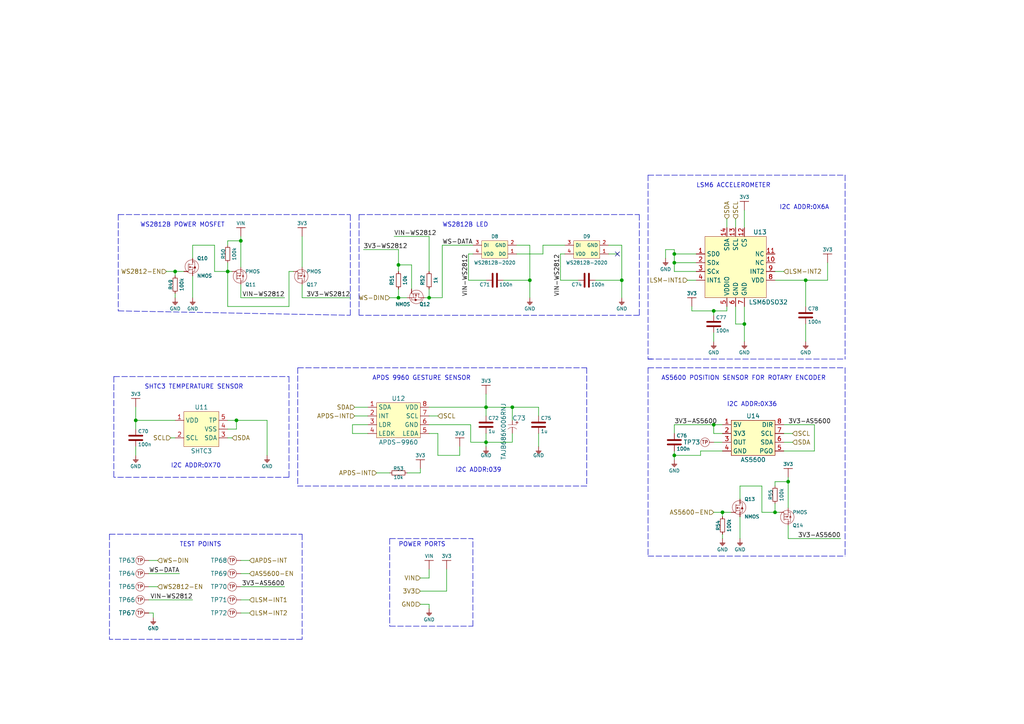
<source format=kicad_sch>
(kicad_sch (version 20211123) (generator eeschema)

  (uuid 6f0bbb82-9535-41f4-be54-88fff52b15c0)

  (paper "A4")

  (title_block
    (title "Soldered Inkplate 6 MOTION")
    (date "2024-05-22")
    (rev "V2.1.0.")
    (company "Soldered Electronics")
    (comment 1 "333321")
  )

  (lib_symbols
    (symbol "e-radionica.com schematics:0603C" (pin_numbers hide) (pin_names (offset 0.002)) (in_bom yes) (on_board yes)
      (property "Reference" "C" (id 0) (at 0 3.81 0)
        (effects (font (size 1 1)))
      )
      (property "Value" "0603C" (id 1) (at 0 -3.175 0)
        (effects (font (size 1 1)))
      )
      (property "Footprint" "e-radionica.com footprinti:0603C" (id 2) (at 0.635 -4.445 0)
        (effects (font (size 1 1)) hide)
      )
      (property "Datasheet" "" (id 3) (at 0 0 0)
        (effects (font (size 1 1)) hide)
      )
      (symbol "0603C_0_1"
        (polyline
          (pts
            (xy -0.635 1.905)
            (xy -0.635 -1.905)
          )
          (stroke (width 0.5) (type default) (color 0 0 0 0))
          (fill (type none))
        )
        (polyline
          (pts
            (xy 0.635 1.905)
            (xy 0.635 -1.905)
          )
          (stroke (width 0.5) (type default) (color 0 0 0 0))
          (fill (type none))
        )
      )
      (symbol "0603C_1_1"
        (pin passive line (at -2.54 0 0) (length 1.9)
          (name "~" (effects (font (size 1.27 1.27))))
          (number "1" (effects (font (size 1.27 1.27))))
        )
        (pin passive line (at 2.54 0 180) (length 1.9)
          (name "~" (effects (font (size 1.27 1.27))))
          (number "2" (effects (font (size 1.27 1.27))))
        )
      )
    )
    (symbol "e-radionica.com schematics:0603R" (pin_numbers hide) (pin_names (offset 0.254)) (in_bom yes) (on_board yes)
      (property "Reference" "R" (id 0) (at 0 1.27 0)
        (effects (font (size 1 1)))
      )
      (property "Value" "0603R" (id 1) (at 0 -1.905 0)
        (effects (font (size 1 1)))
      )
      (property "Footprint" "e-radionica.com footprinti:0603R" (id 2) (at 0 -3.81 0)
        (effects (font (size 1 1)) hide)
      )
      (property "Datasheet" "" (id 3) (at -0.635 1.905 0)
        (effects (font (size 1 1)) hide)
      )
      (symbol "0603R_0_1"
        (rectangle (start -1.905 0.635) (end 1.905 -0.635)
          (stroke (width 0.15) (type default) (color 0 0 0 0))
          (fill (type none))
        )
      )
      (symbol "0603R_1_1"
        (pin passive line (at -2.54 0 0) (length 0.63)
          (name "~" (effects (font (size 1.27 1.27))))
          (number "1" (effects (font (size 1.27 1.27))))
        )
        (pin passive line (at 2.54 0 180) (length 0.63)
          (name "~" (effects (font (size 1.27 1.27))))
          (number "2" (effects (font (size 1.27 1.27))))
        )
      )
    )
    (symbol "e-radionica.com schematics:1210C_TANTAL" (pin_numbers hide) (pin_names hide) (in_bom yes) (on_board yes)
      (property "Reference" "C" (id 0) (at -1.27 2.54 0)
        (effects (font (size 1.27 1.27)))
      )
      (property "Value" "1210C_TANTAL" (id 1) (at 0 -2.54 0)
        (effects (font (size 1.27 1.27)))
      )
      (property "Footprint" "e-radionica.com footprinti:1210C_tantal" (id 2) (at 0 -5.08 0)
        (effects (font (size 1.27 1.27)) hide)
      )
      (property "Datasheet" "" (id 3) (at 0 0 0)
        (effects (font (size 1.27 1.27)) hide)
      )
      (property "ki_keywords" "tantal B 3528 68uF 1210C" (id 4) (at 0 0 0)
        (effects (font (size 1.27 1.27)) hide)
      )
      (property "ki_description" "Tantal generic 1210 (B3528) footprint" (id 5) (at 0 0 0)
        (effects (font (size 1.27 1.27)) hide)
      )
      (symbol "1210C_TANTAL_0_0"
        (text "+" (at -1.905 1.27 0)
          (effects (font (size 1 1)))
        )
      )
      (symbol "1210C_TANTAL_0_1"
        (polyline
          (pts
            (xy -1.27 -1.27)
            (xy -1.27 1.27)
          )
          (stroke (width 0.0006) (type default) (color 0 0 0 0))
          (fill (type none))
        )
        (arc (start -0.0001 1.27) (mid -0.5261 0) (end -0.0001 -1.27)
          (stroke (width 0.0006) (type default) (color 0 0 0 0))
          (fill (type none))
        )
      )
      (symbol "1210C_TANTAL_1_1"
        (pin input line (at -2.54 0 0) (length 1.27)
          (name "+" (effects (font (size 1.27 1.27))))
          (number "1" (effects (font (size 1.27 1.27))))
        )
        (pin input line (at 1.27 0 180) (length 1.8)
          (name "-" (effects (font (size 1.27 1.27))))
          (number "2" (effects (font (size 1.27 1.27))))
        )
      )
    )
    (symbol "e-radionica.com schematics:3V3" (power) (pin_names (offset 0)) (in_bom yes) (on_board yes)
      (property "Reference" "#PWR" (id 0) (at 4.445 0 0)
        (effects (font (size 1 1)) hide)
      )
      (property "Value" "3V3" (id 1) (at 0 3.556 0)
        (effects (font (size 1 1)))
      )
      (property "Footprint" "" (id 2) (at 4.445 3.81 0)
        (effects (font (size 1 1)) hide)
      )
      (property "Datasheet" "" (id 3) (at 4.445 3.81 0)
        (effects (font (size 1 1)) hide)
      )
      (property "ki_keywords" "power-flag" (id 4) (at 0 0 0)
        (effects (font (size 1.27 1.27)) hide)
      )
      (property "ki_description" "Power symbol creates a global label with name \"3V3\"" (id 5) (at 0 0 0)
        (effects (font (size 1.27 1.27)) hide)
      )
      (symbol "3V3_0_1"
        (polyline
          (pts
            (xy -1.27 2.54)
            (xy 1.27 2.54)
          )
          (stroke (width 0.16) (type default) (color 0 0 0 0))
          (fill (type none))
        )
        (polyline
          (pts
            (xy 0 0)
            (xy 0 2.54)
          )
          (stroke (width 0) (type default) (color 0 0 0 0))
          (fill (type none))
        )
      )
      (symbol "3V3_1_1"
        (pin power_in line (at 0 0 90) (length 0) hide
          (name "3V3" (effects (font (size 1.27 1.27))))
          (number "1" (effects (font (size 1.27 1.27))))
        )
      )
    )
    (symbol "e-radionica.com schematics:APDS-9960" (in_bom yes) (on_board yes)
      (property "Reference" "U" (id 0) (at 0 6.35 0)
        (effects (font (size 1.27 1.27)))
      )
      (property "Value" "APDS-9960" (id 1) (at 0 -6.35 0)
        (effects (font (size 1.27 1.27)))
      )
      (property "Footprint" "e-radionica.com footprinti:APDS-9960" (id 2) (at 0 -8.89 0)
        (effects (font (size 1.27 1.27)) hide)
      )
      (property "Datasheet" "" (id 3) (at 0 0 0)
        (effects (font (size 1.27 1.27)) hide)
      )
      (symbol "APDS-9960_0_1"
        (rectangle (start -6.35 5.08) (end 6.35 -5.08)
          (stroke (width 0.1) (type default) (color 0 0 0 0))
          (fill (type background))
        )
      )
      (symbol "APDS-9960_1_1"
        (pin bidirectional line (at -8.89 3.81 0) (length 2.54)
          (name "SDA" (effects (font (size 1.27 1.27))))
          (number "1" (effects (font (size 1.27 1.27))))
        )
        (pin bidirectional line (at -8.89 1.27 0) (length 2.54)
          (name "INT" (effects (font (size 1.27 1.27))))
          (number "2" (effects (font (size 1.27 1.27))))
        )
        (pin bidirectional line (at -8.89 -1.27 0) (length 2.54)
          (name "LDR" (effects (font (size 1.27 1.27))))
          (number "3" (effects (font (size 1.27 1.27))))
        )
        (pin bidirectional line (at -8.89 -3.81 0) (length 2.54)
          (name "LEDK" (effects (font (size 1.27 1.27))))
          (number "4" (effects (font (size 1.27 1.27))))
        )
        (pin bidirectional line (at 8.89 -3.81 180) (length 2.54)
          (name "LEDA" (effects (font (size 1.27 1.27))))
          (number "5" (effects (font (size 1.27 1.27))))
        )
        (pin power_in line (at 8.89 -1.27 180) (length 2.54)
          (name "GND" (effects (font (size 1.27 1.27))))
          (number "6" (effects (font (size 1.27 1.27))))
        )
        (pin bidirectional line (at 8.89 1.27 180) (length 2.54)
          (name "SCL" (effects (font (size 1.27 1.27))))
          (number "7" (effects (font (size 1.27 1.27))))
        )
        (pin power_in line (at 8.89 3.81 180) (length 2.54)
          (name "VDD" (effects (font (size 1.27 1.27))))
          (number "8" (effects (font (size 1.27 1.27))))
        )
      )
    )
    (symbol "e-radionica.com schematics:AS5600" (in_bom yes) (on_board yes)
      (property "Reference" "U" (id 0) (at 0 6.35 0)
        (effects (font (size 1.27 1.27)))
      )
      (property "Value" "AS5600" (id 1) (at 0 -6.35 0)
        (effects (font (size 1.27 1.27)))
      )
      (property "Footprint" "e-radionica.com footprinti:SOIC−8" (id 2) (at -1.27 10.16 0)
        (effects (font (size 1.27 1.27)) hide)
      )
      (property "Datasheet" "" (id 3) (at -1.27 0 0)
        (effects (font (size 1.27 1.27)) hide)
      )
      (symbol "AS5600_0_1"
        (rectangle (start -6.35 5.08) (end 6.35 -5.08)
          (stroke (width 0.1524) (type default) (color 0 0 0 0))
          (fill (type background))
        )
      )
      (symbol "AS5600_1_1"
        (pin input line (at -8.89 3.81 0) (length 2.54)
          (name "5V" (effects (font (size 1.27 1.27))))
          (number "1" (effects (font (size 1.27 1.27))))
        )
        (pin input line (at -8.89 1.27 0) (length 2.54)
          (name "3V3" (effects (font (size 1.27 1.27))))
          (number "2" (effects (font (size 1.27 1.27))))
        )
        (pin input line (at -8.89 -1.27 0) (length 2.54)
          (name "OUT" (effects (font (size 1.27 1.27))))
          (number "3" (effects (font (size 1.27 1.27))))
        )
        (pin input line (at -8.89 -3.81 0) (length 2.54)
          (name "GND" (effects (font (size 1.27 1.27))))
          (number "4" (effects (font (size 1.27 1.27))))
        )
        (pin input line (at 8.89 -3.81 180) (length 2.54)
          (name "PGO" (effects (font (size 1.27 1.27))))
          (number "5" (effects (font (size 1.27 1.27))))
        )
        (pin input line (at 8.89 -1.27 180) (length 2.54)
          (name "SDA" (effects (font (size 1.27 1.27))))
          (number "6" (effects (font (size 1.27 1.27))))
        )
        (pin input line (at 8.89 1.27 180) (length 2.54)
          (name "SCL" (effects (font (size 1.27 1.27))))
          (number "7" (effects (font (size 1.27 1.27))))
        )
        (pin input line (at 8.89 3.81 180) (length 2.54)
          (name "DIR" (effects (font (size 1.27 1.27))))
          (number "8" (effects (font (size 1.27 1.27))))
        )
      )
    )
    (symbol "e-radionica.com schematics:GND" (power) (pin_names (offset 0)) (in_bom yes) (on_board yes)
      (property "Reference" "#PWR" (id 0) (at 4.445 0 0)
        (effects (font (size 1 1)) hide)
      )
      (property "Value" "GND" (id 1) (at 0 -2.921 0)
        (effects (font (size 1 1)))
      )
      (property "Footprint" "" (id 2) (at 4.445 3.81 0)
        (effects (font (size 1 1)) hide)
      )
      (property "Datasheet" "" (id 3) (at 4.445 3.81 0)
        (effects (font (size 1 1)) hide)
      )
      (property "ki_keywords" "power-flag" (id 4) (at 0 0 0)
        (effects (font (size 1.27 1.27)) hide)
      )
      (property "ki_description" "Power symbol creates a global label with name \"GND\"" (id 5) (at 0 0 0)
        (effects (font (size 1.27 1.27)) hide)
      )
      (symbol "GND_0_1"
        (polyline
          (pts
            (xy -0.762 -1.27)
            (xy 0.762 -1.27)
          )
          (stroke (width 0.16) (type default) (color 0 0 0 0))
          (fill (type none))
        )
        (polyline
          (pts
            (xy -0.635 -1.524)
            (xy 0.635 -1.524)
          )
          (stroke (width 0.16) (type default) (color 0 0 0 0))
          (fill (type none))
        )
        (polyline
          (pts
            (xy -0.381 -1.778)
            (xy 0.381 -1.778)
          )
          (stroke (width 0.16) (type default) (color 0 0 0 0))
          (fill (type none))
        )
        (polyline
          (pts
            (xy -0.127 -2.032)
            (xy 0.127 -2.032)
          )
          (stroke (width 0.16) (type default) (color 0 0 0 0))
          (fill (type none))
        )
        (polyline
          (pts
            (xy 0 0)
            (xy 0 -1.27)
          )
          (stroke (width 0.16) (type default) (color 0 0 0 0))
          (fill (type none))
        )
      )
      (symbol "GND_1_1"
        (pin power_in line (at 0 0 270) (length 0) hide
          (name "GND" (effects (font (size 1.27 1.27))))
          (number "1" (effects (font (size 1.27 1.27))))
        )
      )
    )
    (symbol "e-radionica.com schematics:LSM6DSO32TR" (in_bom yes) (on_board yes)
      (property "Reference" "U" (id 0) (at 0 0 0)
        (effects (font (size 1.27 1.27)))
      )
      (property "Value" "LSM6DSO32TR" (id 1) (at 0 -16.51 0)
        (effects (font (size 1.27 1.27)))
      )
      (property "Footprint" "e-radionica.com footprinti:LSM6DSO32TR" (id 2) (at 0 -19.05 0)
        (effects (font (size 1.27 1.27)) hide)
      )
      (property "Datasheet" "" (id 3) (at 0 0 0)
        (effects (font (size 1.27 1.27)) hide)
      )
      (symbol "LSM6DSO32TR_0_1"
        (rectangle (start -8.89 8.89) (end 8.89 -8.89)
          (stroke (width 0.1) (type default) (color 0 0 0 0))
          (fill (type background))
        )
      )
      (symbol "LSM6DSO32TR_1_1"
        (pin input line (at -11.43 3.81 0) (length 2.54)
          (name "SD0" (effects (font (size 1.27 1.27))))
          (number "1" (effects (font (size 1.27 1.27))))
        )
        (pin input line (at 11.43 1.27 180) (length 2.54)
          (name "NC" (effects (font (size 1.27 1.27))))
          (number "10" (effects (font (size 1.27 1.27))))
        )
        (pin input line (at 11.43 3.81 180) (length 2.54)
          (name "NC" (effects (font (size 1.27 1.27))))
          (number "11" (effects (font (size 1.27 1.27))))
        )
        (pin input line (at 2.54 11.43 270) (length 2.54)
          (name "CS" (effects (font (size 1.27 1.27))))
          (number "12" (effects (font (size 1.27 1.27))))
        )
        (pin input line (at 0 11.43 270) (length 2.54)
          (name "SCL" (effects (font (size 1.27 1.27))))
          (number "13" (effects (font (size 1.27 1.27))))
        )
        (pin input line (at -2.54 11.43 270) (length 2.54)
          (name "SDA" (effects (font (size 1.27 1.27))))
          (number "14" (effects (font (size 1.27 1.27))))
        )
        (pin input line (at -11.43 1.27 0) (length 2.54)
          (name "SDx" (effects (font (size 1.27 1.27))))
          (number "2" (effects (font (size 1.27 1.27))))
        )
        (pin input line (at -11.43 -1.27 0) (length 2.54)
          (name "SCx" (effects (font (size 1.27 1.27))))
          (number "3" (effects (font (size 1.27 1.27))))
        )
        (pin input line (at -11.43 -3.81 0) (length 2.54)
          (name "INT1" (effects (font (size 1.27 1.27))))
          (number "4" (effects (font (size 1.27 1.27))))
        )
        (pin input line (at -2.54 -11.43 90) (length 2.54)
          (name "VDDIO" (effects (font (size 1.27 1.27))))
          (number "5" (effects (font (size 1.27 1.27))))
        )
        (pin input line (at 0 -11.43 90) (length 2.54)
          (name "GND" (effects (font (size 1.27 1.27))))
          (number "6" (effects (font (size 1.27 1.27))))
        )
        (pin input line (at 2.54 -11.43 90) (length 2.54)
          (name "GND" (effects (font (size 1.27 1.27))))
          (number "7" (effects (font (size 1.27 1.27))))
        )
        (pin input line (at 11.43 -3.81 180) (length 2.54)
          (name "VDD" (effects (font (size 1.27 1.27))))
          (number "8" (effects (font (size 1.27 1.27))))
        )
        (pin input line (at 11.43 -1.27 180) (length 2.54)
          (name "INT2" (effects (font (size 1.27 1.27))))
          (number "9" (effects (font (size 1.27 1.27))))
        )
      )
    )
    (symbol "e-radionica.com schematics:NMOS-SOT-23-3" (pin_numbers hide) (pin_names hide) (in_bom yes) (on_board yes)
      (property "Reference" "Q" (id 0) (at -1.143 2.921 0)
        (effects (font (size 1 1)))
      )
      (property "Value" "NMOS-SOT-23-3" (id 1) (at 1.524 -3.937 0)
        (effects (font (size 1 1)))
      )
      (property "Footprint" "e-radionica.com footprinti:SOT-23-3" (id 2) (at 0 -7.62 0)
        (effects (font (size 1 1)) hide)
      )
      (property "Datasheet" "" (id 3) (at 0 0 0)
        (effects (font (size 1 1)) hide)
      )
      (symbol "NMOS-SOT-23-3_0_1"
        (polyline
          (pts
            (xy 0 -1.27)
            (xy 0 1.016)
          )
          (stroke (width 0.1) (type default) (color 0 0 0 0))
          (fill (type none))
        )
        (polyline
          (pts
            (xy 0.254 -1.016)
            (xy 0.254 -0.508)
          )
          (stroke (width 0.1) (type default) (color 0 0 0 0))
          (fill (type none))
        )
        (polyline
          (pts
            (xy 0.254 -0.762)
            (xy 1.27 -0.762)
          )
          (stroke (width 0.1) (type default) (color 0 0 0 0))
          (fill (type none))
        )
        (polyline
          (pts
            (xy 0.254 -0.254)
            (xy 0.254 0.254)
          )
          (stroke (width 0.1) (type default) (color 0 0 0 0))
          (fill (type none))
        )
        (polyline
          (pts
            (xy 0.254 0.762)
            (xy 1.27 0.762)
          )
          (stroke (width 0.1) (type default) (color 0 0 0 0))
          (fill (type none))
        )
        (polyline
          (pts
            (xy 0.254 1.016)
            (xy 0.254 0.508)
          )
          (stroke (width 0.1) (type default) (color 0 0 0 0))
          (fill (type none))
        )
        (polyline
          (pts
            (xy 1.27 -1.27)
            (xy 1.27 -0.762)
          )
          (stroke (width 0.1) (type default) (color 0 0 0 0))
          (fill (type none))
        )
        (polyline
          (pts
            (xy 1.27 0.762)
            (xy 1.27 1.27)
          )
          (stroke (width 0.1) (type default) (color 0 0 0 0))
          (fill (type none))
        )
        (polyline
          (pts
            (xy 1.651 -0.254)
            (xy 1.905 0.127)
          )
          (stroke (width 0.2) (type default) (color 0 0 0 0))
          (fill (type none))
        )
        (polyline
          (pts
            (xy 1.651 0.127)
            (xy 2.159 0.127)
          )
          (stroke (width 0.0006) (type default) (color 0 0 0 0))
          (fill (type none))
        )
        (polyline
          (pts
            (xy 0.254 0)
            (xy 1.27 0)
            (xy 1.27 -0.762)
          )
          (stroke (width 0.1) (type default) (color 0 0 0 0))
          (fill (type none))
        )
        (polyline
          (pts
            (xy 1.651 -0.254)
            (xy 2.159 -0.254)
            (xy 1.905 0.127)
          )
          (stroke (width 0.2) (type default) (color 0 0 0 0))
          (fill (type none))
        )
        (polyline
          (pts
            (xy 0.381 0)
            (xy 0.635 0.254)
            (xy 0.635 -0.254)
            (xy 0.381 0)
          )
          (stroke (width 0.1) (type default) (color 0 0 0 0))
          (fill (type none))
        )
        (polyline
          (pts
            (xy 1.27 -1.27)
            (xy 1.905 -1.27)
            (xy 1.905 1.524)
            (xy 1.27 1.524)
          )
          (stroke (width 0.1) (type default) (color 0 0 0 0))
          (fill (type none))
        )
        (circle (center 1.016 0.127) (radius 1.9716)
          (stroke (width 0.1) (type default) (color 0 0 0 0))
          (fill (type none))
        )
      )
      (symbol "NMOS-SOT-23-3_1_1"
        (pin passive line (at -1.27 -1.27 0) (length 1.27)
          (name "G" (effects (font (size 1 1))))
          (number "1" (effects (font (size 1 1))))
        )
        (pin passive line (at 1.27 -2.54 90) (length 1.27)
          (name "S" (effects (font (size 1 1))))
          (number "2" (effects (font (size 1 1))))
        )
        (pin passive line (at 1.27 2.54 270) (length 1.27)
          (name "D" (effects (font (size 1 1))))
          (number "3" (effects (font (size 1 1))))
        )
      )
    )
    (symbol "e-radionica.com schematics:PMOS-SOT-23-3" (pin_numbers hide) (pin_names hide) (in_bom yes) (on_board yes)
      (property "Reference" "Q" (id 0) (at -1.27 2.54 0)
        (effects (font (size 1 1)))
      )
      (property "Value" "PMOS-SOT-23-3" (id 1) (at 0.381 -4.064 0)
        (effects (font (size 1 1)))
      )
      (property "Footprint" "e-radionica.com footprinti:SOT-23-3" (id 2) (at 1.27 -7.62 0)
        (effects (font (size 1 1)) hide)
      )
      (property "Datasheet" "" (id 3) (at 0 0 0)
        (effects (font (size 1 1)) hide)
      )
      (symbol "PMOS-SOT-23-3_0_1"
        (polyline
          (pts
            (xy 0 -1.27)
            (xy 0 1.016)
          )
          (stroke (width 0.1) (type default) (color 0 0 0 0))
          (fill (type none))
        )
        (polyline
          (pts
            (xy 0.254 -1.016)
            (xy 0.254 -0.508)
          )
          (stroke (width 0.1) (type default) (color 0 0 0 0))
          (fill (type none))
        )
        (polyline
          (pts
            (xy 0.254 -0.762)
            (xy 1.27 -0.762)
          )
          (stroke (width 0.1) (type default) (color 0 0 0 0))
          (fill (type none))
        )
        (polyline
          (pts
            (xy 0.254 -0.254)
            (xy 0.254 0.254)
          )
          (stroke (width 0.1) (type default) (color 0 0 0 0))
          (fill (type none))
        )
        (polyline
          (pts
            (xy 0.254 0.762)
            (xy 1.27 0.762)
          )
          (stroke (width 0.1) (type default) (color 0 0 0 0))
          (fill (type none))
        )
        (polyline
          (pts
            (xy 0.254 1.016)
            (xy 0.254 0.508)
          )
          (stroke (width 0.1) (type default) (color 0 0 0 0))
          (fill (type none))
        )
        (polyline
          (pts
            (xy 1.27 -1.27)
            (xy 1.27 -0.762)
          )
          (stroke (width 0.1) (type default) (color 0 0 0 0))
          (fill (type none))
        )
        (polyline
          (pts
            (xy 1.27 0.762)
            (xy 1.27 1.27)
          )
          (stroke (width 0.1) (type default) (color 0 0 0 0))
          (fill (type none))
        )
        (polyline
          (pts
            (xy 2.159 -0.127)
            (xy 1.651 -0.127)
          )
          (stroke (width 0.1) (type default) (color 0 0 0 0))
          (fill (type none))
        )
        (polyline
          (pts
            (xy 2.159 0.254)
            (xy 1.905 -0.127)
          )
          (stroke (width 0.1) (type default) (color 0 0 0 0))
          (fill (type none))
        )
        (polyline
          (pts
            (xy 0.254 0)
            (xy 1.27 0)
            (xy 1.27 -0.762)
          )
          (stroke (width 0.1) (type default) (color 0 0 0 0))
          (fill (type none))
        )
        (polyline
          (pts
            (xy 2.159 0.254)
            (xy 1.651 0.254)
            (xy 1.905 -0.127)
          )
          (stroke (width 0.1) (type default) (color 0 0 0 0))
          (fill (type none))
        )
        (polyline
          (pts
            (xy 1.143 0)
            (xy 0.889 -0.254)
            (xy 0.889 0.254)
            (xy 1.143 0)
          )
          (stroke (width 0.1) (type default) (color 0 0 0 0))
          (fill (type none))
        )
        (polyline
          (pts
            (xy 1.27 -1.27)
            (xy 1.905 -1.27)
            (xy 1.905 1.524)
            (xy 1.27 1.524)
          )
          (stroke (width 0.1) (type default) (color 0 0 0 0))
          (fill (type none))
        )
        (circle (center 1.016 0.127) (radius 1.9716)
          (stroke (width 0.1) (type default) (color 0 0 0 0))
          (fill (type none))
        )
      )
      (symbol "PMOS-SOT-23-3_1_1"
        (pin passive line (at -1.27 -1.27 0) (length 1.27)
          (name "G" (effects (font (size 1 1))))
          (number "1" (effects (font (size 1 1))))
        )
        (pin passive line (at 1.27 -2.54 90) (length 1.27)
          (name "S" (effects (font (size 1 1))))
          (number "2" (effects (font (size 1 1))))
        )
        (pin passive line (at 1.27 2.54 270) (length 1.27)
          (name "D" (effects (font (size 1 1))))
          (number "3" (effects (font (size 1 1))))
        )
      )
    )
    (symbol "e-radionica.com schematics:SHTC3" (in_bom yes) (on_board yes)
      (property "Reference" "U" (id 0) (at 0 6.35 0)
        (effects (font (size 1.27 1.27)))
      )
      (property "Value" "SHTC3" (id 1) (at 0 -6.35 0)
        (effects (font (size 1.27 1.27)))
      )
      (property "Footprint" "e-radionica.com footprinti:SHTC3" (id 2) (at 0 -7.62 0)
        (effects (font (size 1.27 1.27)) hide)
      )
      (property "Datasheet" "" (id 3) (at 0 -2.54 0)
        (effects (font (size 1.27 1.27)) hide)
      )
      (symbol "SHTC3_0_1"
        (rectangle (start -5.08 5.08) (end 5.08 -5.08)
          (stroke (width 0.1) (type default) (color 0 0 0 0))
          (fill (type background))
        )
      )
      (symbol "SHTC3_1_1"
        (pin power_in line (at -7.62 2.54 0) (length 2.54)
          (name "VDD" (effects (font (size 1.27 1.27))))
          (number "1" (effects (font (size 1.27 1.27))))
        )
        (pin bidirectional line (at -7.62 -2.54 0) (length 2.54)
          (name "SCL" (effects (font (size 1.27 1.27))))
          (number "2" (effects (font (size 1.27 1.27))))
        )
        (pin bidirectional line (at 7.62 -2.54 180) (length 2.54)
          (name "SDA" (effects (font (size 1.27 1.27))))
          (number "3" (effects (font (size 1.27 1.27))))
        )
        (pin power_in line (at 7.62 0 180) (length 2.54)
          (name "VSS" (effects (font (size 1.27 1.27))))
          (number "4" (effects (font (size 1.27 1.27))))
        )
        (pin power_in line (at 7.62 2.54 180) (length 2.54)
          (name "TP" (effects (font (size 1.27 1.27))))
          (number "5" (effects (font (size 1.27 1.27))))
        )
      )
    )
    (symbol "e-radionica.com schematics:Test_Point_SMD_0.8mm" (pin_numbers hide) (pin_names hide) (in_bom yes) (on_board yes)
      (property "Reference" "TP" (id 0) (at 0 2.54 0)
        (effects (font (size 1.27 1.27)))
      )
      (property "Value" "Test_Point_SMD_0.8mm" (id 1) (at 0 -2.54 0)
        (effects (font (size 1.27 1.27)) hide)
      )
      (property "Footprint" "e-radionica.com footprinti:Test_Point_SMD_0.8mm" (id 2) (at -1.27 -5.08 0)
        (effects (font (size 1.27 1.27)) hide)
      )
      (property "Datasheet" "" (id 3) (at -0.635 0 0)
        (effects (font (size 1.27 1.27)) hide)
      )
      (symbol "Test_Point_SMD_0.8mm_0_0"
        (text "TP" (at 0 0 0)
          (effects (font (size 1 1)))
        )
      )
      (symbol "Test_Point_SMD_0.8mm_0_1"
        (circle (center 0 0) (radius 1.27)
          (stroke (width 0.1) (type default) (color 0 0 0 0))
          (fill (type none))
        )
      )
      (symbol "Test_Point_SMD_0.8mm_1_1"
        (pin passive line (at 2.54 0 180) (length 1.27)
          (name "~" (effects (font (size 1 1))))
          (number "TP" (effects (font (size 1 1))))
        )
      )
    )
    (symbol "e-radionica.com schematics:VIN" (power) (pin_names (offset 0)) (in_bom yes) (on_board yes)
      (property "Reference" "#PWR" (id 0) (at 4.445 0 0)
        (effects (font (size 1 1)) hide)
      )
      (property "Value" "VIN" (id 1) (at 0 3.556 0)
        (effects (font (size 1 1)))
      )
      (property "Footprint" "" (id 2) (at 4.445 3.81 0)
        (effects (font (size 1 1)) hide)
      )
      (property "Datasheet" "" (id 3) (at 4.445 3.81 0)
        (effects (font (size 1 1)) hide)
      )
      (property "ki_keywords" "power-flag" (id 4) (at 0 0 0)
        (effects (font (size 1.27 1.27)) hide)
      )
      (property "ki_description" "Power symbol creates a global label with name \"VIN\"" (id 5) (at 0 0 0)
        (effects (font (size 1.27 1.27)) hide)
      )
      (symbol "VIN_0_1"
        (polyline
          (pts
            (xy -1.27 2.54)
            (xy 1.27 2.54)
          )
          (stroke (width 0.16) (type default) (color 0 0 0 0))
          (fill (type none))
        )
        (polyline
          (pts
            (xy 0 0)
            (xy 0 2.54)
          )
          (stroke (width 0) (type default) (color 0 0 0 0))
          (fill (type none))
        )
      )
      (symbol "VIN_1_1"
        (pin power_in line (at 0 0 90) (length 0) hide
          (name "VIN" (effects (font (size 1.27 1.27))))
          (number "1" (effects (font (size 1.27 1.27))))
        )
      )
    )
    (symbol "e-radionica.com schematics:WS2812B-2020" (in_bom yes) (on_board yes)
      (property "Reference" "D" (id 0) (at 0 3.81 0)
        (effects (font (size 1 1)))
      )
      (property "Value" "WS2812B-2020" (id 1) (at 0 -3.81 0)
        (effects (font (size 1 1)))
      )
      (property "Footprint" "e-radionica.com footprinti:WS2812B-2020" (id 2) (at 0 -5.08 0)
        (effects (font (size 1 1)) hide)
      )
      (property "Datasheet" "" (id 3) (at 0 0 0)
        (effects (font (size 1 1)) hide)
      )
      (symbol "WS2812B-2020_0_1"
        (rectangle (start -3.81 2.54) (end 3.81 -2.54)
          (stroke (width 0.001) (type default) (color 0 0 0 0))
          (fill (type background))
        )
      )
      (symbol "WS2812B-2020_1_1"
        (pin passive line (at 6.35 -1.27 180) (length 2.54)
          (name "DO" (effects (font (size 1 1))))
          (number "1" (effects (font (size 1 1))))
        )
        (pin passive line (at 6.35 1.27 180) (length 2.54)
          (name "GND" (effects (font (size 1 1))))
          (number "2" (effects (font (size 1 1))))
        )
        (pin passive line (at -6.35 1.27 0) (length 2.54)
          (name "DI" (effects (font (size 1 1))))
          (number "3" (effects (font (size 1 1))))
        )
        (pin passive line (at -6.35 -1.27 0) (length 2.54)
          (name "VDD" (effects (font (size 1 1))))
          (number "4" (effects (font (size 1 1))))
        )
      )
    )
  )

  (junction (at 124.46 86.36) (diameter 0) (color 0 0 0 0)
    (uuid 0b75a9bd-5ad6-4e99-977a-d3b13b36ef9f)
  )
  (junction (at 148.59 118.11) (diameter 0) (color 0 0 0 0)
    (uuid 0fa5563c-c3b5-4f05-a4e5-3ad9eeee302c)
  )
  (junction (at 207.01 90.17) (diameter 0) (color 0 0 0 0)
    (uuid 10ac155f-c930-43fd-8fe9-c38a9ecbf82d)
  )
  (junction (at 195.58 132.08) (diameter 0) (color 0 0 0 0)
    (uuid 41d1f9b8-f916-47f8-9297-6f3b7c56503e)
  )
  (junction (at 153.67 81.28) (diameter 0) (color 0 0 0 0)
    (uuid 4b97c735-da95-4fd7-a60e-38eecf00ed9f)
  )
  (junction (at 140.97 118.11) (diameter 0.9144) (color 0 0 0 0)
    (uuid 62b4d0ea-51f5-4bf7-86e8-dfaef2ea1b63)
  )
  (junction (at 195.58 76.2) (diameter 0) (color 0 0 0 0)
    (uuid 6a05a40b-9904-4916-98aa-980445d8697a)
  )
  (junction (at 228.6 139.7) (diameter 0) (color 0 0 0 0)
    (uuid 6b85f860-cd32-43a5-9919-bd6d38fbe7d2)
  )
  (junction (at 39.37 121.92) (diameter 0) (color 0 0 0 0)
    (uuid 70987d77-73f1-42ef-93a4-a0007265a143)
  )
  (junction (at 195.58 73.66) (diameter 0) (color 0 0 0 0)
    (uuid 9994a133-3cce-4889-820e-1b8325a21261)
  )
  (junction (at 180.34 81.28) (diameter 0) (color 0 0 0 0)
    (uuid 9e7cc8eb-554b-45f9-803a-0e51ee392f16)
  )
  (junction (at 115.57 76.835) (diameter 0) (color 0 0 0 0)
    (uuid a0dee43f-93a6-49dc-a059-ea4e79477063)
  )
  (junction (at 209.55 148.59) (diameter 0) (color 0 0 0 0)
    (uuid bc8703b4-090e-4747-981c-5c2f97c21b9e)
  )
  (junction (at 69.85 69.85) (diameter 0) (color 0 0 0 0)
    (uuid c7f89120-fc72-4666-b826-0cbb187d1166)
  )
  (junction (at 50.8 78.74) (diameter 0) (color 0 0 0 0)
    (uuid ca4071b2-867b-40ef-b2b4-0e3e98a7aff3)
  )
  (junction (at 224.79 148.59) (diameter 0) (color 0 0 0 0)
    (uuid cd23d548-465f-4577-be6b-13e8241d9abc)
  )
  (junction (at 140.97 128.27) (diameter 0.9144) (color 0 0 0 0)
    (uuid d0c45183-3d57-48c8-9584-242e251c9850)
  )
  (junction (at 233.68 81.28) (diameter 0) (color 0 0 0 0)
    (uuid d4caef09-5ecd-476c-9f32-43f53ba4ad18)
  )
  (junction (at 207.01 123.19) (diameter 0) (color 0 0 0 0)
    (uuid da444966-934c-4dd9-9e52-2850de8de50e)
  )
  (junction (at 68.58 121.92) (diameter 0) (color 0 0 0 0)
    (uuid db255a6f-265d-41b1-bdc2-49312ff2bbd8)
  )
  (junction (at 115.57 86.36) (diameter 0) (color 0 0 0 0)
    (uuid f42ffbb1-6eaa-4f9a-89b6-64362f7c831f)
  )
  (junction (at 66.04 78.74) (diameter 0) (color 0 0 0 0)
    (uuid fa3f8b80-6555-4c7a-93d0-b93c409945a6)
  )
  (junction (at 215.9 93.98) (diameter 0) (color 0 0 0 0)
    (uuid fa669794-0352-4d4a-8575-60c2b6a8c1dd)
  )

  (no_connect (at 179.07 73.66) (uuid d997bae6-daa7-4cc5-a642-b2cad7441c68))

  (wire (pts (xy 102.235 123.19) (xy 106.68 123.19))
    (stroke (width 0) (type solid) (color 0 0 0 0))
    (uuid 0011da40-0d5d-4a2a-8151-41d6e94c1411)
  )
  (wire (pts (xy 180.34 71.12) (xy 180.34 81.28))
    (stroke (width 0) (type default) (color 0 0 0 0))
    (uuid 00a76187-ca2b-4aa8-82af-3022361463f4)
  )
  (wire (pts (xy 140.97 118.11) (xy 140.97 120.65))
    (stroke (width 0) (type default) (color 0 0 0 0))
    (uuid 0420ce11-48f7-486d-931d-158409e7827b)
  )
  (wire (pts (xy 195.58 130.81) (xy 195.58 132.08))
    (stroke (width 0) (type default) (color 0 0 0 0))
    (uuid 05dfa5dc-1e0b-48cf-837a-6693f652862f)
  )
  (wire (pts (xy 207.01 96.52) (xy 207.01 99.06))
    (stroke (width 0) (type default) (color 0 0 0 0))
    (uuid 0606e227-3567-45a4-9a6f-d6c390b75a1d)
  )
  (wire (pts (xy 224.79 78.74) (xy 227.33 78.74))
    (stroke (width 0) (type default) (color 0 0 0 0))
    (uuid 06ac1198-c8bc-4a58-ab80-8ba01c0d83c6)
  )
  (wire (pts (xy 227.33 125.73) (xy 229.87 125.73))
    (stroke (width 0) (type default) (color 0 0 0 0))
    (uuid 07d8dda6-3b7d-4108-9ea0-71a0fda6faea)
  )
  (wire (pts (xy 133.35 132.08) (xy 127 132.08))
    (stroke (width 0) (type default) (color 0 0 0 0))
    (uuid 08b45ee1-f33a-4b7d-a782-805fa48a22ed)
  )
  (wire (pts (xy 220.98 140.97) (xy 220.98 148.59))
    (stroke (width 0) (type default) (color 0 0 0 0))
    (uuid 08d0e820-7f28-44aa-bb0c-e23361374c53)
  )
  (wire (pts (xy 135.89 73.66) (xy 135.89 81.28))
    (stroke (width 0) (type default) (color 0 0 0 0))
    (uuid 0983b7ec-542a-4e9c-92f2-2a2001afff1b)
  )
  (wire (pts (xy 124.46 86.36) (xy 123.19 86.36))
    (stroke (width 0) (type default) (color 0 0 0 0))
    (uuid 09fb8982-841b-435e-80e9-dfe62e2e8b4b)
  )
  (wire (pts (xy 124.46 68.58) (xy 124.46 78.74))
    (stroke (width 0) (type default) (color 0 0 0 0))
    (uuid 0af809c9-6e2a-44d1-a320-d17d285af99b)
  )
  (wire (pts (xy 87.63 68.58) (xy 87.63 77.47))
    (stroke (width 0) (type default) (color 0 0 0 0))
    (uuid 0bf3b992-b2ea-412f-bdf1-14aedba1ed29)
  )
  (polyline (pts (xy 187.96 106.68) (xy 245.11 106.68))
    (stroke (width 0) (type default) (color 0 0 0 0))
    (uuid 0c798496-6314-4c64-9385-8f583f8b8540)
  )

  (wire (pts (xy 121.92 175.26) (xy 124.46 175.26))
    (stroke (width 0) (type default) (color 0 0 0 0))
    (uuid 0cec06f2-d853-4942-893d-235745706d54)
  )
  (wire (pts (xy 69.85 68.58) (xy 69.85 69.85))
    (stroke (width 0) (type default) (color 0 0 0 0))
    (uuid 0d16b058-83a7-415d-9b6b-2bf2c4edd028)
  )
  (wire (pts (xy 124.46 68.58) (xy 114.3 68.58))
    (stroke (width 0) (type default) (color 0 0 0 0))
    (uuid 0dabda7f-c58f-435e-9d66-dbe1afdf4c96)
  )
  (wire (pts (xy 69.85 173.99) (xy 72.39 173.99))
    (stroke (width 0) (type default) (color 0 0 0 0))
    (uuid 0ea3eb6d-5195-411c-80fc-da2a7847b920)
  )
  (wire (pts (xy 215.9 93.98) (xy 215.9 99.06))
    (stroke (width 0) (type default) (color 0 0 0 0))
    (uuid 0f234357-ad32-40ac-a819-9679f125fdc0)
  )
  (wire (pts (xy 209.55 130.81) (xy 203.2 130.81))
    (stroke (width 0) (type default) (color 0 0 0 0))
    (uuid 102ee0d3-0d1c-48f8-9bae-0c5b4130d75e)
  )
  (wire (pts (xy 119.38 83.82) (xy 119.38 76.835))
    (stroke (width 0) (type default) (color 0 0 0 0))
    (uuid 112a60b7-c694-4b1a-b1aa-4d568abf54bc)
  )
  (wire (pts (xy 140.97 118.11) (xy 140.97 114.3))
    (stroke (width 0) (type solid) (color 0 0 0 0))
    (uuid 12d92fbe-6376-409f-8e2e-9c5d66149852)
  )
  (polyline (pts (xy 34.29 62.23) (xy 34.29 90.17))
    (stroke (width 0) (type default) (color 0 0 0 0))
    (uuid 14a6034e-3fba-4bde-afaa-4145d98dc0ec)
  )

  (wire (pts (xy 39.37 121.92) (xy 50.8 121.92))
    (stroke (width 0) (type default) (color 0 0 0 0))
    (uuid 159a5bfc-3390-4865-91ae-aa3ca986be8c)
  )
  (wire (pts (xy 121.92 137.16) (xy 121.92 135.89))
    (stroke (width 0) (type default) (color 0 0 0 0))
    (uuid 16c32db4-10a5-4955-950b-e80a4cd5c773)
  )
  (wire (pts (xy 195.58 73.66) (xy 195.58 72.39))
    (stroke (width 0) (type default) (color 0 0 0 0))
    (uuid 1844ca58-00f1-4d69-9983-62ef4a93cb72)
  )
  (wire (pts (xy 128.27 71.12) (xy 128.27 86.36))
    (stroke (width 0) (type default) (color 0 0 0 0))
    (uuid 18a41820-3a07-4679-8d0e-b1e63d171e90)
  )
  (wire (pts (xy 50.8 78.74) (xy 53.34 78.74))
    (stroke (width 0) (type default) (color 0 0 0 0))
    (uuid 191abc3c-032b-4d20-946b-c3fe9575e1b5)
  )
  (wire (pts (xy 102.87 120.65) (xy 106.68 120.65))
    (stroke (width 0) (type default) (color 0 0 0 0))
    (uuid 19fa343d-c14d-4bd6-9ef0-c350aae531c4)
  )
  (wire (pts (xy 129.54 165.1) (xy 129.54 171.45))
    (stroke (width 0) (type default) (color 0 0 0 0))
    (uuid 1a3e5671-914f-4709-871f-92239ae0ba4f)
  )
  (wire (pts (xy 66.04 76.2) (xy 66.04 78.74))
    (stroke (width 0) (type default) (color 0 0 0 0))
    (uuid 1a7fdcd9-3364-4c06-ab7e-0bb1e8a15f54)
  )
  (wire (pts (xy 207.01 125.73) (xy 207.01 123.19))
    (stroke (width 0) (type default) (color 0 0 0 0))
    (uuid 1b5e1661-7a94-476e-8087-339708fbbd5f)
  )
  (wire (pts (xy 113.03 86.36) (xy 115.57 86.36))
    (stroke (width 0) (type default) (color 0 0 0 0))
    (uuid 1c9660ae-ef94-4d9b-a7e5-9bb388fb0c08)
  )
  (wire (pts (xy 224.79 139.7) (xy 228.6 139.7))
    (stroke (width 0) (type default) (color 0 0 0 0))
    (uuid 1d508453-9df5-47ca-88e0-baf1b83f4aef)
  )
  (polyline (pts (xy 34.29 62.23) (xy 101.6 62.23))
    (stroke (width 0) (type default) (color 0 0 0 0))
    (uuid 1d6dcc27-e1b1-443a-bab8-18c644510afc)
  )

  (wire (pts (xy 195.58 123.19) (xy 207.01 123.19))
    (stroke (width 0) (type default) (color 0 0 0 0))
    (uuid 1e4e61e0-c921-41a9-adbb-1779a262a895)
  )
  (wire (pts (xy 43.18 166.37) (xy 52.07 166.37))
    (stroke (width 0) (type default) (color 0 0 0 0))
    (uuid 202fbf8c-783c-4546-af00-7b2d1a4da099)
  )
  (wire (pts (xy 207.01 123.19) (xy 209.55 123.19))
    (stroke (width 0) (type default) (color 0 0 0 0))
    (uuid 20efd0b4-ddd9-4589-875f-73d4eedfc292)
  )
  (wire (pts (xy 148.59 118.11) (xy 148.59 121.92))
    (stroke (width 0) (type solid) (color 0 0 0 0))
    (uuid 2244fdd3-3f32-47fd-b2ee-5069a6b3dd0f)
  )
  (wire (pts (xy 227.33 130.81) (xy 236.22 130.81))
    (stroke (width 0) (type default) (color 0 0 0 0))
    (uuid 256e1f05-a992-47a0-b05f-f6bc8e742052)
  )
  (wire (pts (xy 124.46 118.11) (xy 140.97 118.11))
    (stroke (width 0) (type solid) (color 0 0 0 0))
    (uuid 286b8c42-c584-4527-baab-46818bdee00f)
  )
  (wire (pts (xy 209.55 148.59) (xy 212.09 148.59))
    (stroke (width 0) (type default) (color 0 0 0 0))
    (uuid 28aa13c4-6760-4e36-a116-885870121ba9)
  )
  (wire (pts (xy 50.8 78.74) (xy 50.8 80.01))
    (stroke (width 0) (type default) (color 0 0 0 0))
    (uuid 29579983-93b8-441e-ab2c-c415d547f8d2)
  )
  (wire (pts (xy 199.39 81.28) (xy 201.93 81.28))
    (stroke (width 0) (type default) (color 0 0 0 0))
    (uuid 2b7f929d-d21f-43bc-9bc6-62053bbb13af)
  )
  (wire (pts (xy 43.18 162.56) (xy 45.72 162.56))
    (stroke (width 0) (type default) (color 0 0 0 0))
    (uuid 2ccde5e5-9ac2-4e3d-878d-9098a36aacd7)
  )
  (polyline (pts (xy 187.96 50.8) (xy 245.11 50.8))
    (stroke (width 0) (type default) (color 0 0 0 0))
    (uuid 2def2a86-f2e2-4620-bdaa-ccf0900a4563)
  )

  (wire (pts (xy 228.6 156.21) (xy 228.6 152.4))
    (stroke (width 0) (type default) (color 0 0 0 0))
    (uuid 2fd98570-ed12-48ed-a3e9-fbf009c47844)
  )
  (polyline (pts (xy 113.03 156.21) (xy 137.16 156.21))
    (stroke (width 0) (type default) (color 0 0 0 0))
    (uuid 301bf3ae-9e6e-4fcd-a05f-ab1ef904ed9d)
  )

  (wire (pts (xy 66.04 124.46) (xy 68.58 124.46))
    (stroke (width 0) (type default) (color 0 0 0 0))
    (uuid 30e22497-a1d6-4c33-93b9-15b0695925a2)
  )
  (polyline (pts (xy 83.82 138.43) (xy 33.02 138.43))
    (stroke (width 0) (type default) (color 0 0 0 0))
    (uuid 30e6b97d-a851-4e49-b910-7c71d9ff23a5)
  )

  (wire (pts (xy 133.35 129.54) (xy 133.35 132.08))
    (stroke (width 0) (type default) (color 0 0 0 0))
    (uuid 31f74adb-49e0-4610-b705-e31137447d7e)
  )
  (wire (pts (xy 48.26 78.74) (xy 50.8 78.74))
    (stroke (width 0) (type default) (color 0 0 0 0))
    (uuid 331fcf68-7712-4282-8043-86017de7b2d5)
  )
  (wire (pts (xy 200.66 90.17) (xy 207.01 90.17))
    (stroke (width 0) (type default) (color 0 0 0 0))
    (uuid 347b46b5-3a7d-4186-b73b-09de079f99ee)
  )
  (wire (pts (xy 148.59 118.11) (xy 156.21 118.11))
    (stroke (width 0) (type default) (color 0 0 0 0))
    (uuid 36ce2751-b11e-41b4-8c5a-d2cc3c8b0721)
  )
  (polyline (pts (xy 185.42 62.23) (xy 185.42 91.44))
    (stroke (width 0) (type default) (color 0 0 0 0))
    (uuid 37e3be58-dffb-4e40-ad24-40a80618dcc0)
  )
  (polyline (pts (xy 104.14 62.23) (xy 104.14 91.44))
    (stroke (width 0) (type default) (color 0 0 0 0))
    (uuid 3abd1078-0e27-44fe-8bdd-8d840e328dc1)
  )

  (wire (pts (xy 172.72 81.28) (xy 180.34 81.28))
    (stroke (width 0) (type default) (color 0 0 0 0))
    (uuid 3b7d987b-7e6a-41ab-9c34-bb550e863aaf)
  )
  (wire (pts (xy 69.85 170.18) (xy 82.55 170.18))
    (stroke (width 0) (type default) (color 0 0 0 0))
    (uuid 3ef8f700-7e63-44bc-b616-ea9e87ddd1a8)
  )
  (wire (pts (xy 109.22 137.16) (xy 113.03 137.16))
    (stroke (width 0) (type default) (color 0 0 0 0))
    (uuid 4310daad-494b-4fc1-b4a1-e8d3c8f08c27)
  )
  (wire (pts (xy 140.97 125.73) (xy 140.97 128.27))
    (stroke (width 0) (type solid) (color 0 0 0 0))
    (uuid 44bbbb00-6a75-4ad4-98ad-7e7d4b17c773)
  )
  (wire (pts (xy 39.37 118.11) (xy 39.37 121.92))
    (stroke (width 0) (type default) (color 0 0 0 0))
    (uuid 464fa68f-6595-4f17-9916-76b78ec521c2)
  )
  (wire (pts (xy 50.8 127) (xy 49.53 127))
    (stroke (width 0) (type default) (color 0 0 0 0))
    (uuid 47b6bcc0-b9ed-4a64-891d-a90230f34a11)
  )
  (polyline (pts (xy 187.96 104.14) (xy 245.11 104.14))
    (stroke (width 0) (type default) (color 0 0 0 0))
    (uuid 4b1d2d63-5fae-49b9-a345-450322c2667e)
  )

  (wire (pts (xy 124.46 125.73) (xy 127 125.73))
    (stroke (width 0) (type solid) (color 0 0 0 0))
    (uuid 4b37a452-f297-4b87-82df-f9c05b97662a)
  )
  (wire (pts (xy 214.63 140.97) (xy 220.98 140.97))
    (stroke (width 0) (type default) (color 0 0 0 0))
    (uuid 4c80dee1-217e-4d95-9c6c-1af24b9a6770)
  )
  (wire (pts (xy 220.98 148.59) (xy 224.79 148.59))
    (stroke (width 0) (type default) (color 0 0 0 0))
    (uuid 4d260736-bb66-43c4-a6fe-7a745ef8f163)
  )
  (wire (pts (xy 62.23 71.12) (xy 62.23 78.74))
    (stroke (width 0) (type default) (color 0 0 0 0))
    (uuid 4e9067c6-83d1-4e39-b53c-f7a1511ab4f3)
  )
  (polyline (pts (xy 187.96 106.68) (xy 187.96 161.29))
    (stroke (width 0) (type default) (color 0 0 0 0))
    (uuid 4f4e7a81-d2c4-4f48-a423-ac199d86efe1)
  )

  (wire (pts (xy 209.55 154.94) (xy 209.55 156.21))
    (stroke (width 0) (type default) (color 0 0 0 0))
    (uuid 50198b36-ca54-45a6-ac0a-5b0800f57096)
  )
  (wire (pts (xy 106.68 125.73) (xy 102.235 125.73))
    (stroke (width 0) (type solid) (color 0 0 0 0))
    (uuid 507bbc72-00a5-4c90-85c1-e98dbf651efa)
  )
  (polyline (pts (xy 185.42 91.44) (xy 104.14 91.44))
    (stroke (width 0) (type default) (color 0 0 0 0))
    (uuid 5368f913-4a86-4e86-ab53-db53d7d196d7)
  )

  (wire (pts (xy 233.68 93.98) (xy 233.68 99.06))
    (stroke (width 0) (type default) (color 0 0 0 0))
    (uuid 5525a335-9353-47dc-8ae5-390527e79ae1)
  )
  (wire (pts (xy 207.01 128.27) (xy 209.55 128.27))
    (stroke (width 0) (type default) (color 0 0 0 0))
    (uuid 55917954-d96c-48f9-a0dc-f548b24e6cf3)
  )
  (wire (pts (xy 149.86 71.12) (xy 153.67 71.12))
    (stroke (width 0) (type default) (color 0 0 0 0))
    (uuid 59784b35-7e3c-48d8-b6b4-94fc438609ef)
  )
  (wire (pts (xy 83.82 78.74) (xy 83.82 88.9))
    (stroke (width 0) (type default) (color 0 0 0 0))
    (uuid 5a1aa7ff-f7ef-4d1a-ab6d-07a84f285065)
  )
  (wire (pts (xy 176.53 73.66) (xy 179.07 73.66))
    (stroke (width 0) (type default) (color 0 0 0 0))
    (uuid 5bbfbb31-d340-4922-a9e1-d641d1e779f8)
  )
  (wire (pts (xy 146.05 81.28) (xy 153.67 81.28))
    (stroke (width 0) (type default) (color 0 0 0 0))
    (uuid 5d28d973-bc49-4d29-9a67-62b18b86d397)
  )
  (wire (pts (xy 203.2 130.81) (xy 203.2 132.08))
    (stroke (width 0) (type default) (color 0 0 0 0))
    (uuid 5f66b556-f077-4fe3-87d6-73ab0d571254)
  )
  (polyline (pts (xy 87.63 185.42) (xy 31.75 185.42))
    (stroke (width 0) (type default) (color 0 0 0 0))
    (uuid 5f7893d4-f6c4-46b6-bd50-877e6607944d)
  )

  (wire (pts (xy 55.88 80.01) (xy 55.88 86.36))
    (stroke (width 0) (type default) (color 0 0 0 0))
    (uuid 5fc46eae-81b0-4ea2-a703-d5ca54cb8091)
  )
  (wire (pts (xy 213.36 63.5) (xy 213.36 66.04))
    (stroke (width 0) (type default) (color 0 0 0 0))
    (uuid 61778803-c6dd-423d-8dac-10290d90c589)
  )
  (wire (pts (xy 214.63 149.86) (xy 214.63 156.21))
    (stroke (width 0) (type default) (color 0 0 0 0))
    (uuid 63baf5f7-4ff2-409a-b77a-e09c8c5548e4)
  )
  (wire (pts (xy 128.27 86.36) (xy 124.46 86.36))
    (stroke (width 0) (type default) (color 0 0 0 0))
    (uuid 64202ec7-5d25-4c5e-89b6-af3926febbeb)
  )
  (wire (pts (xy 140.97 128.27) (xy 140.97 129.54))
    (stroke (width 0) (type solid) (color 0 0 0 0))
    (uuid 657044b7-5cdd-43a8-b79a-5337e4c126ee)
  )
  (polyline (pts (xy 87.63 154.94) (xy 87.63 185.42))
    (stroke (width 0) (type default) (color 0 0 0 0))
    (uuid 684e6eef-225d-4faf-9e8d-8b60b58c3520)
  )

  (wire (pts (xy 124.46 123.19) (xy 136.525 123.19))
    (stroke (width 0) (type solid) (color 0 0 0 0))
    (uuid 6872a743-f6c0-44c5-8c1d-55ab834f2189)
  )
  (wire (pts (xy 207.01 148.59) (xy 209.55 148.59))
    (stroke (width 0) (type default) (color 0 0 0 0))
    (uuid 6902dc5d-e3f9-460a-86c3-4e18e90f160b)
  )
  (wire (pts (xy 136.525 128.27) (xy 140.97 128.27))
    (stroke (width 0) (type solid) (color 0 0 0 0))
    (uuid 69e78016-4308-462e-bbac-4ef5380c3a37)
  )
  (wire (pts (xy 224.79 146.05) (xy 224.79 148.59))
    (stroke (width 0) (type default) (color 0 0 0 0))
    (uuid 6a13adbe-cb27-46cf-951f-3be7902279b2)
  )
  (wire (pts (xy 203.2 132.08) (xy 195.58 132.08))
    (stroke (width 0) (type default) (color 0 0 0 0))
    (uuid 6ec995b3-ae6b-45db-81f9-fd35972e4de9)
  )
  (wire (pts (xy 124.46 120.65) (xy 127 120.65))
    (stroke (width 0) (type default) (color 0 0 0 0))
    (uuid 6f0e5dc4-9fce-4658-b371-2fa60f137539)
  )
  (polyline (pts (xy 137.16 181.61) (xy 137.16 156.21))
    (stroke (width 0) (type default) (color 0 0 0 0))
    (uuid 6feca94f-2a92-49e4-b839-b8199c4ec5ab)
  )

  (wire (pts (xy 69.85 166.37) (xy 72.39 166.37))
    (stroke (width 0) (type default) (color 0 0 0 0))
    (uuid 71da9002-023e-4e54-9129-56575e41f376)
  )
  (wire (pts (xy 215.9 88.9) (xy 215.9 93.98))
    (stroke (width 0) (type default) (color 0 0 0 0))
    (uuid 72b40ada-456b-4c4e-b797-e640973d6bf9)
  )
  (wire (pts (xy 124.46 165.1) (xy 124.46 167.64))
    (stroke (width 0) (type default) (color 0 0 0 0))
    (uuid 73410bfa-a99a-4971-923e-6d6f300e6014)
  )
  (wire (pts (xy 207.01 91.44) (xy 207.01 90.17))
    (stroke (width 0) (type default) (color 0 0 0 0))
    (uuid 73ba9b58-fffc-470c-9645-142d60bfe4f5)
  )
  (wire (pts (xy 162.56 81.28) (xy 167.64 81.28))
    (stroke (width 0) (type default) (color 0 0 0 0))
    (uuid 73f77113-70ea-45fd-8212-3bee79b9d126)
  )
  (wire (pts (xy 69.85 86.36) (xy 69.85 82.55))
    (stroke (width 0) (type default) (color 0 0 0 0))
    (uuid 77e5b105-07f5-4eb3-882d-364c30f83da1)
  )
  (wire (pts (xy 153.67 81.28) (xy 153.67 86.36))
    (stroke (width 0) (type default) (color 0 0 0 0))
    (uuid 781b48f8-1f25-47fb-9a3b-8b9308ff638f)
  )
  (wire (pts (xy 243.84 156.21) (xy 228.6 156.21))
    (stroke (width 0) (type default) (color 0 0 0 0))
    (uuid 78aad22f-330f-42dc-afb6-10cd7bfc3611)
  )
  (polyline (pts (xy 113.03 156.21) (xy 113.03 181.61))
    (stroke (width 0) (type default) (color 0 0 0 0))
    (uuid 7b0763d1-68f4-46f9-aa36-0412bd7b5413)
  )

  (wire (pts (xy 39.37 129.54) (xy 39.37 132.08))
    (stroke (width 0) (type default) (color 0 0 0 0))
    (uuid 7b3b8ac2-9454-455a-a248-3b399867b4d7)
  )
  (wire (pts (xy 224.79 140.97) (xy 224.79 139.7))
    (stroke (width 0) (type default) (color 0 0 0 0))
    (uuid 7ca473e7-3260-4ce6-b397-c779ae9dcc0e)
  )
  (wire (pts (xy 66.04 88.9) (xy 66.04 78.74))
    (stroke (width 0) (type default) (color 0 0 0 0))
    (uuid 7cd8aefa-71f6-41d2-b6cd-0b60bd908f4e)
  )
  (wire (pts (xy 43.18 170.18) (xy 45.72 170.18))
    (stroke (width 0) (type default) (color 0 0 0 0))
    (uuid 7ce82d96-baa3-4bfe-b091-d2cf77ed74c6)
  )
  (wire (pts (xy 224.79 148.59) (xy 226.06 148.59))
    (stroke (width 0) (type default) (color 0 0 0 0))
    (uuid 7d0457e0-7613-478b-9cf8-aa66c6453ada)
  )
  (wire (pts (xy 195.58 76.2) (xy 195.58 73.66))
    (stroke (width 0) (type default) (color 0 0 0 0))
    (uuid 7ddebd90-a193-482b-89c0-215e97c18d10)
  )
  (wire (pts (xy 68.58 124.46) (xy 68.58 121.92))
    (stroke (width 0) (type default) (color 0 0 0 0))
    (uuid 7e9a1800-f41c-40df-90fc-a1cd155744fb)
  )
  (wire (pts (xy 105.41 72.39) (xy 115.57 72.39))
    (stroke (width 0) (type default) (color 0 0 0 0))
    (uuid 7fdc14a9-f309-44c9-84ab-083b8d249668)
  )
  (wire (pts (xy 240.03 81.28) (xy 233.68 81.28))
    (stroke (width 0) (type default) (color 0 0 0 0))
    (uuid 8072152f-1c23-42bb-956c-1ced3dd9647d)
  )
  (wire (pts (xy 162.56 73.66) (xy 162.56 81.28))
    (stroke (width 0) (type default) (color 0 0 0 0))
    (uuid 841c4031-3ec1-4e59-b4c3-9cdf2b4da121)
  )
  (wire (pts (xy 69.85 162.56) (xy 72.39 162.56))
    (stroke (width 0) (type default) (color 0 0 0 0))
    (uuid 851914ca-79ee-4d94-9274-586146ad937c)
  )
  (polyline (pts (xy 187.96 104.14) (xy 189.23 104.14))
    (stroke (width 0) (type default) (color 0 0 0 0))
    (uuid 8614ab43-3ff2-46ba-b16d-94885ffa81a6)
  )

  (wire (pts (xy 233.68 81.28) (xy 233.68 88.9))
    (stroke (width 0) (type default) (color 0 0 0 0))
    (uuid 86874b05-0481-4fec-8ad8-215e5e749505)
  )
  (polyline (pts (xy 33.02 109.22) (xy 83.82 109.22))
    (stroke (width 0) (type default) (color 0 0 0 0))
    (uuid 86af0493-22e3-44e8-b5f2-c3ae27a1ba56)
  )

  (wire (pts (xy 135.89 81.28) (xy 140.97 81.28))
    (stroke (width 0) (type default) (color 0 0 0 0))
    (uuid 89bf6e05-17ae-4a02-a0c1-ffdc777df92a)
  )
  (wire (pts (xy 163.83 71.12) (xy 157.48 71.12))
    (stroke (width 0) (type default) (color 0 0 0 0))
    (uuid 8b5d6dc2-2e3a-4878-8e94-7c1892100bf7)
  )
  (wire (pts (xy 209.55 148.59) (xy 209.55 149.86))
    (stroke (width 0) (type default) (color 0 0 0 0))
    (uuid 8b65c01e-0768-4e1a-95e6-2eb13607bb50)
  )
  (wire (pts (xy 77.47 121.92) (xy 77.47 132.08))
    (stroke (width 0) (type default) (color 0 0 0 0))
    (uuid 8bebbccd-0ddf-42de-ab3c-719be1822de4)
  )
  (wire (pts (xy 124.46 167.64) (xy 121.92 167.64))
    (stroke (width 0) (type default) (color 0 0 0 0))
    (uuid 8ce3fa76-c467-4bdb-8c9a-a76c55f5efe7)
  )
  (polyline (pts (xy 170.18 106.68) (xy 170.18 140.97))
    (stroke (width 0) (type dash) (color 0 0 0 0))
    (uuid 8d69bf39-4b78-4a18-892b-afcba647d0db)
  )

  (wire (pts (xy 82.55 86.36) (xy 69.85 86.36))
    (stroke (width 0) (type default) (color 0 0 0 0))
    (uuid 916f1ee1-ab4f-4932-8c6e-d3332d4f09ae)
  )
  (wire (pts (xy 87.63 86.36) (xy 87.63 82.55))
    (stroke (width 0) (type default) (color 0 0 0 0))
    (uuid 91a996f6-e46d-46f9-994a-36b5f930440c)
  )
  (wire (pts (xy 153.67 71.12) (xy 153.67 81.28))
    (stroke (width 0) (type default) (color 0 0 0 0))
    (uuid 91b23b39-b955-48dd-816c-9433b4ee4c6a)
  )
  (wire (pts (xy 176.53 71.12) (xy 180.34 71.12))
    (stroke (width 0) (type default) (color 0 0 0 0))
    (uuid 955044ee-7cc1-49b3-afff-98b6490a3e4b)
  )
  (wire (pts (xy 44.45 177.8) (xy 43.18 177.8))
    (stroke (width 0) (type default) (color 0 0 0 0))
    (uuid 966ce393-de9f-4f53-a3b0-ca7a24fe4774)
  )
  (wire (pts (xy 140.97 128.27) (xy 148.59 128.27))
    (stroke (width 0) (type solid) (color 0 0 0 0))
    (uuid 96ad7405-7def-4fe3-9bff-44a67c562b7e)
  )
  (wire (pts (xy 210.82 63.5) (xy 210.82 66.04))
    (stroke (width 0) (type default) (color 0 0 0 0))
    (uuid 9797e2da-0b68-41d2-99e6-70ffa9ca2c32)
  )
  (wire (pts (xy 210.82 88.9) (xy 210.82 90.17))
    (stroke (width 0) (type default) (color 0 0 0 0))
    (uuid 97ffe3d7-bea6-43f4-b148-f141e2f89eb1)
  )
  (wire (pts (xy 68.58 121.92) (xy 77.47 121.92))
    (stroke (width 0) (type default) (color 0 0 0 0))
    (uuid 99f1b4e4-0f08-4f83-a46b-11ed3e1e78be)
  )
  (wire (pts (xy 156.21 125.73) (xy 156.21 129.54))
    (stroke (width 0) (type solid) (color 0 0 0 0))
    (uuid 9b88d181-cef0-4b0e-810c-2be8a36fb6e8)
  )
  (wire (pts (xy 124.46 83.82) (xy 124.46 86.36))
    (stroke (width 0) (type default) (color 0 0 0 0))
    (uuid a13023f8-9544-453a-b25a-742711c474ce)
  )
  (wire (pts (xy 195.58 72.39) (xy 193.04 72.39))
    (stroke (width 0) (type default) (color 0 0 0 0))
    (uuid a17e8488-006d-436a-8252-c3c1ab742ae9)
  )
  (wire (pts (xy 115.57 83.82) (xy 115.57 86.36))
    (stroke (width 0) (type default) (color 0 0 0 0))
    (uuid a2c668ea-b4cc-4e29-af14-6216c7b058c2)
  )
  (wire (pts (xy 140.97 118.11) (xy 148.59 118.11))
    (stroke (width 0) (type solid) (color 0 0 0 0))
    (uuid a39e03a2-88a1-414b-b860-9dd57c4ff7c9)
  )
  (wire (pts (xy 195.58 76.2) (xy 201.93 76.2))
    (stroke (width 0) (type default) (color 0 0 0 0))
    (uuid a40f23b3-3fd1-46b4-8869-8eeb006ea7da)
  )
  (wire (pts (xy 39.37 121.92) (xy 39.37 124.46))
    (stroke (width 0) (type default) (color 0 0 0 0))
    (uuid a62783f3-20c5-44de-8e42-3f177aae7f34)
  )
  (wire (pts (xy 149.86 73.66) (xy 157.48 73.66))
    (stroke (width 0) (type default) (color 0 0 0 0))
    (uuid a62a9f57-4a2e-4b12-bdea-30912d2e8cea)
  )
  (wire (pts (xy 240.03 76.2) (xy 240.03 81.28))
    (stroke (width 0) (type default) (color 0 0 0 0))
    (uuid a671da38-f960-4225-9db2-6ed4e3599def)
  )
  (wire (pts (xy 102.235 123.19) (xy 102.235 125.73))
    (stroke (width 0) (type default) (color 0 0 0 0))
    (uuid a70d4875-49b2-4066-8bcd-0344f4d5fb0d)
  )
  (wire (pts (xy 227.33 128.27) (xy 229.87 128.27))
    (stroke (width 0) (type default) (color 0 0 0 0))
    (uuid a79226ed-ff5b-4b0b-8830-eab7b895b11a)
  )
  (wire (pts (xy 157.48 73.66) (xy 157.48 71.12))
    (stroke (width 0) (type default) (color 0 0 0 0))
    (uuid a86e114e-d6ff-43e3-b6ae-910ea32f6fd4)
  )
  (wire (pts (xy 136.525 123.19) (xy 136.525 128.27))
    (stroke (width 0) (type solid) (color 0 0 0 0))
    (uuid aa272f5b-c0a0-4aef-9651-383d99c4ddd9)
  )
  (wire (pts (xy 66.04 127) (xy 67.31 127))
    (stroke (width 0) (type default) (color 0 0 0 0))
    (uuid ab534d51-11ff-47b5-a5fa-7327bfb766ab)
  )
  (wire (pts (xy 135.89 73.66) (xy 137.16 73.66))
    (stroke (width 0) (type default) (color 0 0 0 0))
    (uuid ab678f08-0093-45d6-87e1-8df6ced11bfe)
  )
  (wire (pts (xy 66.04 69.85) (xy 69.85 69.85))
    (stroke (width 0) (type default) (color 0 0 0 0))
    (uuid ad440afb-ecbe-4201-82ee-ebedb76098a5)
  )
  (wire (pts (xy 156.21 118.11) (xy 156.21 120.65))
    (stroke (width 0) (type solid) (color 0 0 0 0))
    (uuid ad6e9214-49fa-46cf-a0a8-ab0c8cb6e4b5)
  )
  (wire (pts (xy 118.11 137.16) (xy 121.92 137.16))
    (stroke (width 0) (type default) (color 0 0 0 0))
    (uuid ae6a51dd-43e4-45e3-a2b0-c6f9abd34b61)
  )
  (wire (pts (xy 102.87 118.11) (xy 106.68 118.11))
    (stroke (width 0) (type default) (color 0 0 0 0))
    (uuid ae6e5625-0060-4fec-8be2-facefda411fc)
  )
  (wire (pts (xy 195.58 73.66) (xy 201.93 73.66))
    (stroke (width 0) (type default) (color 0 0 0 0))
    (uuid af1abf47-004a-402c-b9c8-5f817c60bcb8)
  )
  (wire (pts (xy 66.04 88.9) (xy 83.82 88.9))
    (stroke (width 0) (type default) (color 0 0 0 0))
    (uuid b30fd55a-0d22-4169-9eeb-e9f9ef5c8fb1)
  )
  (polyline (pts (xy 34.29 90.17) (xy 101.6 91.44))
    (stroke (width 0) (type default) (color 0 0 0 0))
    (uuid b5d28637-90c0-4e14-83f9-b9db4b88dfbc)
  )

  (wire (pts (xy 200.66 88.9) (xy 200.66 90.17))
    (stroke (width 0) (type default) (color 0 0 0 0))
    (uuid b74597dc-92aa-4ab0-b53b-af0dcd0aaf19)
  )
  (polyline (pts (xy 31.75 154.94) (xy 31.75 185.42))
    (stroke (width 0) (type default) (color 0 0 0 0))
    (uuid ba8a26ac-9c21-45c3-a17f-c5c1c4405b83)
  )

  (wire (pts (xy 209.55 125.73) (xy 207.01 125.73))
    (stroke (width 0) (type default) (color 0 0 0 0))
    (uuid bb0cef34-b948-499e-ac21-85522eb861fb)
  )
  (wire (pts (xy 162.56 73.66) (xy 163.83 73.66))
    (stroke (width 0) (type default) (color 0 0 0 0))
    (uuid bc9178e3-b4e7-43c7-98c3-97314f4b7e85)
  )
  (wire (pts (xy 195.58 123.19) (xy 195.58 125.73))
    (stroke (width 0) (type default) (color 0 0 0 0))
    (uuid bcf6b6cb-d2d2-411f-b221-af728d1d11df)
  )
  (wire (pts (xy 124.46 175.26) (xy 124.46 176.53))
    (stroke (width 0) (type default) (color 0 0 0 0))
    (uuid bd836a28-44b9-453a-87c8-d3c44dc892c5)
  )
  (polyline (pts (xy 245.11 106.68) (xy 245.11 161.29))
    (stroke (width 0) (type default) (color 0 0 0 0))
    (uuid bdaa4b3d-d97a-4283-9861-024c047936ea)
  )
  (polyline (pts (xy 104.14 62.23) (xy 185.42 62.23))
    (stroke (width 0) (type default) (color 0 0 0 0))
    (uuid bde423d2-f6e9-4273-a43c-decd067ebfa2)
  )

  (wire (pts (xy 148.59 128.27) (xy 148.59 125.73))
    (stroke (width 0) (type solid) (color 0 0 0 0))
    (uuid be8e9b28-104f-44f6-a472-86506d1a26e5)
  )
  (polyline (pts (xy 31.75 154.94) (xy 87.63 154.94))
    (stroke (width 0) (type default) (color 0 0 0 0))
    (uuid bf4175d9-ac52-469f-8e31-cdc64d5f6497)
  )

  (wire (pts (xy 128.27 71.12) (xy 137.16 71.12))
    (stroke (width 0) (type default) (color 0 0 0 0))
    (uuid c0d31bf0-1e43-49a8-ae90-9b3c6033552b)
  )
  (wire (pts (xy 228.6 139.7) (xy 228.6 147.32))
    (stroke (width 0) (type default) (color 0 0 0 0))
    (uuid c3c4db83-5940-49e5-9260-11d663705eac)
  )
  (wire (pts (xy 50.8 85.09) (xy 50.8 86.36))
    (stroke (width 0) (type default) (color 0 0 0 0))
    (uuid c64e1e38-b2ce-48c8-98bd-9c8173211d0e)
  )
  (wire (pts (xy 180.34 81.28) (xy 180.34 86.36))
    (stroke (width 0) (type default) (color 0 0 0 0))
    (uuid c87a14dd-566a-4c1e-b08a-ffe7e9d164ac)
  )
  (wire (pts (xy 227.33 123.19) (xy 236.22 123.19))
    (stroke (width 0) (type default) (color 0 0 0 0))
    (uuid c934c6e5-cdec-436b-ae14-b6ee6d8c8c8f)
  )
  (wire (pts (xy 55.88 71.12) (xy 62.23 71.12))
    (stroke (width 0) (type default) (color 0 0 0 0))
    (uuid ce55234b-9d12-40d9-8108-46d3eb66f17c)
  )
  (wire (pts (xy 43.18 173.99) (xy 55.88 173.99))
    (stroke (width 0) (type default) (color 0 0 0 0))
    (uuid cf109645-3bcc-49c7-a493-31bd131ad5f4)
  )
  (wire (pts (xy 66.04 71.12) (xy 66.04 69.85))
    (stroke (width 0) (type default) (color 0 0 0 0))
    (uuid d27d5712-1947-4fb6-80aa-edc81e4eccf5)
  )
  (wire (pts (xy 115.57 86.36) (xy 118.11 86.36))
    (stroke (width 0) (type default) (color 0 0 0 0))
    (uuid d2b05832-2ced-4c69-ad59-abbf1665310f)
  )
  (polyline (pts (xy 187.96 50.8) (xy 187.96 104.14))
    (stroke (width 0) (type default) (color 0 0 0 0))
    (uuid d570a76b-ebb0-4d7d-9564-6c977401c409)
  )

  (wire (pts (xy 236.22 130.81) (xy 236.22 123.19))
    (stroke (width 0) (type default) (color 0 0 0 0))
    (uuid d5892ec3-495a-4b4a-85cf-5fdb81633cbd)
  )
  (polyline (pts (xy 187.96 161.29) (xy 245.11 161.29))
    (stroke (width 0) (type default) (color 0 0 0 0))
    (uuid d7017b27-2714-4557-bddf-c313e9129ed9)
  )

  (wire (pts (xy 85.09 78.74) (xy 83.82 78.74))
    (stroke (width 0) (type default) (color 0 0 0 0))
    (uuid d76e8704-034c-443f-a0d0-72a69ae81352)
  )
  (polyline (pts (xy 170.18 140.97) (xy 86.36 140.97))
    (stroke (width 0) (type dash) (color 0 0 0 0))
    (uuid d923987a-4ee6-4446-9782-20dfd5483121)
  )
  (polyline (pts (xy 245.11 50.8) (xy 245.11 104.14))
    (stroke (width 0) (type default) (color 0 0 0 0))
    (uuid d9462b72-ce2d-49b7-a9fa-b7274eb9fdbd)
  )

  (wire (pts (xy 228.6 138.43) (xy 228.6 139.7))
    (stroke (width 0) (type default) (color 0 0 0 0))
    (uuid da7d9253-2ec3-4792-85f9-939b4465dac6)
  )
  (wire (pts (xy 215.9 60.96) (xy 215.9 66.04))
    (stroke (width 0) (type default) (color 0 0 0 0))
    (uuid dc0452c3-1afc-4638-9faf-92ad226038be)
  )
  (wire (pts (xy 214.63 144.78) (xy 214.63 140.97))
    (stroke (width 0) (type default) (color 0 0 0 0))
    (uuid dcaa3ae6-e5a0-463f-a01d-4225b8714114)
  )
  (wire (pts (xy 195.58 132.08) (xy 195.58 133.35))
    (stroke (width 0) (type default) (color 0 0 0 0))
    (uuid deebf056-fba9-4e97-83a2-b62a24668984)
  )
  (wire (pts (xy 87.63 86.36) (xy 101.6 86.36))
    (stroke (width 0) (type default) (color 0 0 0 0))
    (uuid df8e897a-e5af-4e5f-8b21-82f3d45477ad)
  )
  (polyline (pts (xy 113.03 181.61) (xy 137.16 181.61))
    (stroke (width 0) (type default) (color 0 0 0 0))
    (uuid e1946da6-263e-4b5a-bafc-be4430ee2e3a)
  )

  (wire (pts (xy 115.57 76.835) (xy 115.57 78.74))
    (stroke (width 0) (type default) (color 0 0 0 0))
    (uuid e640930a-246a-4137-9431-42ef64598962)
  )
  (wire (pts (xy 213.36 88.9) (xy 213.36 93.98))
    (stroke (width 0) (type default) (color 0 0 0 0))
    (uuid e84ab969-57e9-4a12-b137-e9278e683ff6)
  )
  (polyline (pts (xy 86.36 106.68) (xy 170.18 106.68))
    (stroke (width 0) (type dash) (color 0 0 0 0))
    (uuid e96eabfb-35bf-428b-9b98-a0d47eb0ff67)
  )

  (wire (pts (xy 129.54 171.45) (xy 121.92 171.45))
    (stroke (width 0) (type default) (color 0 0 0 0))
    (uuid ea198fa2-d440-4186-abbf-6891bcff3d92)
  )
  (wire (pts (xy 233.68 81.28) (xy 224.79 81.28))
    (stroke (width 0) (type default) (color 0 0 0 0))
    (uuid eb0dad32-6e98-49a3-9654-ddaeacbf3006)
  )
  (wire (pts (xy 66.04 78.74) (xy 67.31 78.74))
    (stroke (width 0) (type default) (color 0 0 0 0))
    (uuid eb5756b6-a85f-48e6-a9a0-f669e8c5593d)
  )
  (wire (pts (xy 213.36 93.98) (xy 215.9 93.98))
    (stroke (width 0) (type default) (color 0 0 0 0))
    (uuid ecb79362-78bf-4725-b902-0fb2ed81ceb6)
  )
  (wire (pts (xy 69.85 177.8) (xy 72.39 177.8))
    (stroke (width 0) (type default) (color 0 0 0 0))
    (uuid ecc57915-4a02-40fa-8398-0864e12a55f7)
  )
  (wire (pts (xy 193.04 72.39) (xy 193.04 74.93))
    (stroke (width 0) (type default) (color 0 0 0 0))
    (uuid eec815fc-a409-4d9a-ae82-841f7cfdadfe)
  )
  (wire (pts (xy 115.57 72.39) (xy 115.57 76.835))
    (stroke (width 0) (type default) (color 0 0 0 0))
    (uuid ef17199d-6823-43de-9ca6-afe248237146)
  )
  (polyline (pts (xy 33.02 109.22) (xy 33.02 138.43))
    (stroke (width 0) (type default) (color 0 0 0 0))
    (uuid ef7fa304-2cc6-40d3-a917-d7228b7fecff)
  )

  (wire (pts (xy 207.01 90.17) (xy 210.82 90.17))
    (stroke (width 0) (type default) (color 0 0 0 0))
    (uuid f09b3e51-9fd8-4459-8d6f-45f5fc1fbce3)
  )
  (polyline (pts (xy 86.36 106.68) (xy 86.36 140.97))
    (stroke (width 0) (type dash) (color 0 0 0 0))
    (uuid f3fb335b-03a1-4243-b5b4-b2940be33874)
  )
  (polyline (pts (xy 83.82 109.22) (xy 83.82 138.43))
    (stroke (width 0) (type default) (color 0 0 0 0))
    (uuid f44fad3e-b268-42ba-ab05-4c584494cb3a)
  )

  (wire (pts (xy 201.93 78.74) (xy 195.58 78.74))
    (stroke (width 0) (type default) (color 0 0 0 0))
    (uuid f7024409-6b56-4142-8775-cff64567c0f6)
  )
  (wire (pts (xy 127 132.08) (xy 127 125.73))
    (stroke (width 0) (type default) (color 0 0 0 0))
    (uuid f71c8200-f167-4aa2-8c3c-de457fe5e693)
  )
  (wire (pts (xy 195.58 78.74) (xy 195.58 76.2))
    (stroke (width 0) (type default) (color 0 0 0 0))
    (uuid f883cd66-23f5-4c9d-9f9a-9b24e5d7c6bc)
  )
  (wire (pts (xy 62.23 78.74) (xy 66.04 78.74))
    (stroke (width 0) (type default) (color 0 0 0 0))
    (uuid fb1926ef-61a1-4206-88fe-70355c5ee62b)
  )
  (polyline (pts (xy 101.6 91.44) (xy 101.6 62.23))
    (stroke (width 0) (type default) (color 0 0 0 0))
    (uuid fb6a2178-b26c-49bf-9146-e436d8ea2a0c)
  )

  (wire (pts (xy 69.85 69.85) (xy 69.85 77.47))
    (stroke (width 0) (type default) (color 0 0 0 0))
    (uuid fc832630-959c-450b-9983-5fc5f5b3a195)
  )
  (wire (pts (xy 44.45 179.07) (xy 44.45 177.8))
    (stroke (width 0) (type default) (color 0 0 0 0))
    (uuid fe35bc78-6bd6-4b27-91e6-2a5dc8301f76)
  )
  (wire (pts (xy 119.38 76.835) (xy 115.57 76.835))
    (stroke (width 0) (type default) (color 0 0 0 0))
    (uuid fe4ccaf4-cf93-4647-94b9-407251816db2)
  )
  (wire (pts (xy 66.04 121.92) (xy 68.58 121.92))
    (stroke (width 0) (type default) (color 0 0 0 0))
    (uuid fe6336eb-dc28-455b-87aa-4dbe379799d4)
  )
  (wire (pts (xy 55.88 74.93) (xy 55.88 71.12))
    (stroke (width 0) (type default) (color 0 0 0 0))
    (uuid ff53a5c1-a5d5-43a2-905a-5fde4c3363c3)
  )

  (text "LSM6 ACCELEROMETER" (at 201.93 54.61 0)
    (effects (font (size 1.27 1.27)) (justify left bottom))
    (uuid 1d4cdd2f-5598-406c-9c84-e257c194f9d3)
  )
  (text "AS5600 POSITION SENSOR FOR ROTARY ENCODER" (at 191.77 110.49 0)
    (effects (font (size 1.27 1.27)) (justify left bottom))
    (uuid 39ed9c44-730a-4896-9c5b-04a971f52afc)
  )
  (text "POWER PORTS" (at 115.57 158.75 0)
    (effects (font (size 1.27 1.27)) (justify left bottom))
    (uuid 4a68a7a5-ffa2-47cf-bfc4-653b775d3108)
  )
  (text "WS2812B LED" (at 128.27 66.04 0)
    (effects (font (size 1.27 1.27)) (justify left bottom))
    (uuid 6835e3dd-a57c-47c0-867b-657e5d5746b8)
  )
  (text "I2C ADDR:0X36" (at 210.82 118.11 0)
    (effects (font (size 1.27 1.27)) (justify left bottom))
    (uuid 7faf465e-71b9-47fa-89a0-492be52e0954)
  )
  (text "APDS 9960 GESTURE SENSOR" (at 107.95 110.49 0)
    (effects (font (size 1.27 1.27)) (justify left bottom))
    (uuid a1310a12-e870-4544-bb08-4394b04423cc)
  )
  (text "SHTC3 TEMPERATURE SENSOR" (at 41.91 113.03 0)
    (effects (font (size 1.27 1.27)) (justify left bottom))
    (uuid af388a5b-3d06-425f-b54f-91ea0786c2e1)
  )
  (text "WS2812B POWER MOSFET" (at 40.64 66.04 0)
    (effects (font (size 1.27 1.27)) (justify left bottom))
    (uuid b04c7724-0201-4137-a1fb-98d6a70e7bbb)
  )
  (text "I2C ADDR:0X70" (at 49.53 135.89 0)
    (effects (font (size 1.27 1.27)) (justify left bottom))
    (uuid c324e9d3-77e7-4dc2-a716-d89eec2e2754)
  )
  (text "I2C ADDR:039" (at 132.08 137.16 0)
    (effects (font (size 1.27 1.27)) (justify left bottom))
    (uuid dc9e7dfa-2bb4-4644-ab77-326acc838902)
  )
  (text "I2C ADDR:0X6A" (at 226.06 60.96 0)
    (effects (font (size 1.27 1.27)) (justify left bottom))
    (uuid e60dc66c-91b3-4c7c-98c0-b69c17670038)
  )
  (text "TEST POINTS" (at 52.07 158.75 0)
    (effects (font (size 1.27 1.27)) (justify left bottom))
    (uuid f461ee27-2a1c-45a3-afe6-04c0ec9d84a7)
  )

  (label "VIN-WS2812" (at 114.3 68.58 0)
    (effects (font (size 1.27 1.27)) (justify left bottom))
    (uuid 0f81bf3e-e04a-4110-8753-ca8a0cf5aa57)
  )
  (label "VIN-WS2812" (at 82.55 86.36 180)
    (effects (font (size 1.27 1.27)) (justify right bottom))
    (uuid 178c827f-8143-46bf-93a8-5edaa9b753a2)
  )
  (label "3V3-AS5600" (at 195.58 123.19 0)
    (effects (font (size 1.27 1.27)) (justify left bottom))
    (uuid 1e77c073-f58a-4ed3-884f-bc73f367a983)
  )
  (label "3V3-WS2812" (at 101.6 86.36 180)
    (effects (font (size 1.27 1.27)) (justify right bottom))
    (uuid 23feb0aa-7709-4678-afb9-9f3f478af0c3)
  )
  (label "3V3-AS5600" (at 228.6 123.19 0)
    (effects (font (size 1.27 1.27)) (justify left bottom))
    (uuid 2969b641-b0ef-4ab7-a4e5-189f19657d3f)
  )
  (label "WS-DATA" (at 52.07 166.37 180)
    (effects (font (size 1.27 1.27)) (justify right bottom))
    (uuid 61aae8e8-e232-4c9b-ad17-802363a5dd2a)
  )
  (label "3V3-AS5600" (at 243.84 156.21 180)
    (effects (font (size 1.27 1.27)) (justify right bottom))
    (uuid 73c89eea-814f-4a7d-9542-7373bfa37476)
  )
  (label "VIN-WS2812" (at 55.88 173.99 180)
    (effects (font (size 1.27 1.27)) (justify right bottom))
    (uuid 74abed57-b63a-42bf-ba45-aa67de2b564c)
  )
  (label "WS-DATA" (at 128.27 71.12 0)
    (effects (font (size 1.27 1.27)) (justify left bottom))
    (uuid 84235479-cceb-43ea-aaa8-e11eb10407f9)
  )
  (label "3V3-AS5600" (at 82.55 170.18 180)
    (effects (font (size 1.27 1.27)) (justify right bottom))
    (uuid a485b71f-c0a4-4d4a-9faf-d1c104911c26)
  )
  (label "VIN-WS2812" (at 135.89 73.66 270)
    (effects (font (size 1.27 1.27)) (justify right bottom))
    (uuid ad1c9c70-ea62-4e1c-8022-923aa87b507d)
  )
  (label "VIN-WS2812" (at 162.56 73.66 270)
    (effects (font (size 1.27 1.27)) (justify right bottom))
    (uuid b7642011-828f-47bc-a1e5-5a29ebb81051)
  )
  (label "3V3-WS2812" (at 105.41 72.39 0)
    (effects (font (size 1.27 1.27)) (justify left bottom))
    (uuid e302535d-6503-4dfd-b65e-6c8293a3f335)
  )

  (hierarchical_label "WS2812-EN" (shape input) (at 48.26 78.74 180)
    (effects (font (size 1.27 1.27)) (justify right))
    (uuid 01a03a38-2f01-464e-8937-b9bff99ec268)
  )
  (hierarchical_label "LSM-INT2" (shape input) (at 227.33 78.74 0)
    (effects (font (size 1.27 1.27)) (justify left))
    (uuid 133cfb7c-384d-46fd-87a4-2ef829bac988)
  )
  (hierarchical_label "SCL" (shape input) (at 127 120.65 0)
    (effects (font (size 1.27 1.27)) (justify left))
    (uuid 165cd633-c0e3-4adc-abbd-9378766b57b5)
  )
  (hierarchical_label "SDA" (shape input) (at 67.31 127 0)
    (effects (font (size 1.27 1.27)) (justify left))
    (uuid 29d8ab9b-d331-413e-a041-b89e4383118c)
  )
  (hierarchical_label "LSM-INT1" (shape input) (at 199.39 81.28 180)
    (effects (font (size 1.27 1.27)) (justify right))
    (uuid 32eaf3f2-f6a7-4ef5-ae69-a1132fc9354b)
  )
  (hierarchical_label "WS2812-EN" (shape input) (at 45.72 170.18 0)
    (effects (font (size 1.27 1.27)) (justify left))
    (uuid 3e00db28-8b73-4624-940c-b1282bd24620)
  )
  (hierarchical_label "WS-DIN" (shape input) (at 45.72 162.56 0)
    (effects (font (size 1.27 1.27)) (justify left))
    (uuid 42031752-fcf4-4ec4-b324-d777ea9af2a2)
  )
  (hierarchical_label "APDS-INT" (shape input) (at 109.22 137.16 180)
    (effects (font (size 1.27 1.27)) (justify right))
    (uuid 617990a7-c541-4aad-8529-3e340664d550)
  )
  (hierarchical_label "SDA" (shape input) (at 102.87 118.11 180)
    (effects (font (size 1.27 1.27)) (justify right))
    (uuid 622bb86e-6310-447e-81be-7a391a0e0c4f)
  )
  (hierarchical_label "SDA" (shape input) (at 210.82 63.5 90)
    (effects (font (size 1.27 1.27)) (justify left))
    (uuid 6a5433ee-b187-4be9-8a27-92e9e208ccb9)
  )
  (hierarchical_label "SCL" (shape input) (at 229.87 125.73 0)
    (effects (font (size 1.27 1.27)) (justify left))
    (uuid 6f66575f-28a1-4cf5-9e33-914c0607787f)
  )
  (hierarchical_label "WS-DIN" (shape input) (at 113.03 86.36 180)
    (effects (font (size 1.27 1.27)) (justify right))
    (uuid 708beacb-1b0d-4589-8e89-18059eab625e)
  )
  (hierarchical_label "APDS-INT" (shape input) (at 72.39 162.56 0)
    (effects (font (size 1.27 1.27)) (justify left))
    (uuid 71f401b9-49f4-4489-a7c4-5bcbba231f7c)
  )
  (hierarchical_label "SCL" (shape input) (at 49.53 127 180)
    (effects (font (size 1.27 1.27)) (justify right))
    (uuid 871acb09-8420-4560-a7fc-a8cf39bce756)
  )
  (hierarchical_label "LSM-INT2" (shape input) (at 72.39 177.8 0)
    (effects (font (size 1.27 1.27)) (justify left))
    (uuid 882f2ba4-f6f3-4f2d-8a7e-8ade8fcfd37d)
  )
  (hierarchical_label "GND" (shape input) (at 121.92 175.26 180)
    (effects (font (size 1.27 1.27)) (justify right))
    (uuid be7c1ed9-d6da-4dcc-88b0-c2a5bd6b5298)
  )
  (hierarchical_label "AS5600-EN" (shape input) (at 72.39 166.37 0)
    (effects (font (size 1.27 1.27)) (justify left))
    (uuid c3bfa2b5-7532-4cf0-adce-5ac28c6eb910)
  )
  (hierarchical_label "3V3" (shape input) (at 121.92 171.45 180)
    (effects (font (size 1.27 1.27)) (justify right))
    (uuid c5603957-68e3-4eb3-9d8f-ed36c2cee9d9)
  )
  (hierarchical_label "LSM-INT1" (shape input) (at 72.39 173.99 0)
    (effects (font (size 1.27 1.27)) (justify left))
    (uuid dc47b7a8-2341-4a98-bddf-6c8e0b692db8)
  )
  (hierarchical_label "APDS-INT" (shape input) (at 102.87 120.65 180)
    (effects (font (size 1.27 1.27)) (justify right))
    (uuid dcdac85f-e3e8-4858-a258-b9a6378ef470)
  )
  (hierarchical_label "VIN" (shape input) (at 121.92 167.64 180)
    (effects (font (size 1.27 1.27)) (justify right))
    (uuid ea26b550-b4a2-4376-a945-a1494529aac4)
  )
  (hierarchical_label "SDA" (shape input) (at 229.87 128.27 0)
    (effects (font (size 1.27 1.27)) (justify left))
    (uuid ee158366-d34e-426f-8337-df99442a6b0f)
  )
  (hierarchical_label "SCL" (shape input) (at 213.36 63.5 90)
    (effects (font (size 1.27 1.27)) (justify left))
    (uuid fb59cac1-d8de-42c2-a422-cc53a1b757d2)
  )
  (hierarchical_label "AS5600-EN" (shape input) (at 207.01 148.59 180)
    (effects (font (size 1.27 1.27)) (justify right))
    (uuid ffd37a58-463f-48d9-9392-8625e18d2782)
  )

  (symbol (lib_id "e-radionica.com schematics:GND") (at 153.67 86.36 0) (unit 1)
    (in_bom yes) (on_board yes)
    (uuid 0022fae1-e900-4c7a-ab5b-8f2be0a42e49)
    (property "Reference" "#PWR0200" (id 0) (at 158.115 86.36 0)
      (effects (font (size 1 1)) hide)
    )
    (property "Value" "GND" (id 1) (at 153.67 89.535 0)
      (effects (font (size 1 1)))
    )
    (property "Footprint" "" (id 2) (at 158.115 82.55 0)
      (effects (font (size 1 1)) hide)
    )
    (property "Datasheet" "" (id 3) (at 158.115 82.55 0)
      (effects (font (size 1 1)) hide)
    )
    (pin "1" (uuid f9c0e771-2b57-4838-adcc-5ac84481bcb0))
  )

  (symbol (lib_id "e-radionica.com schematics:3V3") (at 140.97 114.3 0) (unit 1)
    (in_bom yes) (on_board yes)
    (uuid 03a41d13-b96d-45fc-9e1a-019c8e8cfebe)
    (property "Reference" "#PWR0201" (id 0) (at 145.415 114.3 0)
      (effects (font (size 1 1)) hide)
    )
    (property "Value" "3V3" (id 1) (at 140.97 110.49 0)
      (effects (font (size 1 1)))
    )
    (property "Footprint" "" (id 2) (at 145.415 110.49 0)
      (effects (font (size 1 1)) hide)
    )
    (property "Datasheet" "" (id 3) (at 145.415 110.49 0)
      (effects (font (size 1 1)) hide)
    )
    (pin "1" (uuid fbfc259f-246e-4787-a3f2-b2dbad20ec44))
  )

  (symbol (lib_id "e-radionica.com schematics:LSM6DSO32TR") (at 213.36 77.47 0) (unit 1)
    (in_bom yes) (on_board yes)
    (uuid 0d9fc8c3-7d3f-442d-adc7-ac34e4277a75)
    (property "Reference" "U13" (id 0) (at 218.44 67.31 0)
      (effects (font (size 1.27 1.27)) (justify left))
    )
    (property "Value" "LSM6DSO32" (id 1) (at 217.17 87.63 0)
      (effects (font (size 1.27 1.27)) (justify left))
    )
    (property "Footprint" "e-radionica.com footprinti:LSM6DSO32TR" (id 2) (at 213.36 96.52 0)
      (effects (font (size 1.27 1.27)) hide)
    )
    (property "Datasheet" "" (id 3) (at 213.36 77.47 0)
      (effects (font (size 1.27 1.27)) hide)
    )
    (pin "1" (uuid cdfd03cf-922d-49f3-bce3-41779b1943c5))
    (pin "10" (uuid 7b0eb95a-7c16-40d4-90c1-1c5f7445f876))
    (pin "11" (uuid d1a10e88-7edd-487d-9e86-ad224ef28c99))
    (pin "12" (uuid 715e1fc2-351c-46b4-abbf-511a8b62d8fa))
    (pin "13" (uuid 21ef99bc-bc61-485b-9a7b-8ac2da561518))
    (pin "14" (uuid c4dd68eb-33ba-40e9-955e-b3b6a1a90c3a))
    (pin "2" (uuid 93750183-38ca-4003-9689-03607e60dc22))
    (pin "3" (uuid a713617b-3378-4f46-8dbd-ef822fb12706))
    (pin "4" (uuid 1668320b-3c34-4f5e-a53d-7dd2527dcb5e))
    (pin "5" (uuid 5b1a67de-c509-4b57-b4fc-6bbf1ee082cc))
    (pin "6" (uuid a5898181-60b9-4630-afea-af86291acbc9))
    (pin "7" (uuid e3778274-e1f7-42ce-9ebc-52e32a1734c0))
    (pin "8" (uuid 1aacca32-a304-4341-8436-e23f55305c5c))
    (pin "9" (uuid 3818b714-ae9f-4cd6-8c76-cfaf38b227a3))
  )

  (symbol (lib_id "e-radionica.com schematics:GND") (at 207.01 99.06 0) (unit 1)
    (in_bom yes) (on_board yes)
    (uuid 0f5f8da9-8ca9-4674-ab90-79e524c53f2d)
    (property "Reference" "#PWR0208" (id 0) (at 211.455 99.06 0)
      (effects (font (size 1 1)) hide)
    )
    (property "Value" "GND" (id 1) (at 207.01 102.235 0)
      (effects (font (size 1 1)))
    )
    (property "Footprint" "" (id 2) (at 211.455 95.25 0)
      (effects (font (size 1 1)) hide)
    )
    (property "Datasheet" "" (id 3) (at 211.455 95.25 0)
      (effects (font (size 1 1)) hide)
    )
    (pin "1" (uuid 0a28d3e2-cdf9-4c84-af9c-2468375c6c19))
  )

  (symbol (lib_id "e-radionica.com schematics:0603R") (at 209.55 152.4 90) (unit 1)
    (in_bom yes) (on_board yes)
    (uuid 1682730d-55ee-4647-aac1-8b7dd4fb7894)
    (property "Reference" "R54" (id 0) (at 208.28 152.4 0)
      (effects (font (size 1 1)))
    )
    (property "Value" "100k" (id 1) (at 211.455 152.4 0)
      (effects (font (size 1 1)))
    )
    (property "Footprint" "e-radionica.com footprinti:0603R" (id 2) (at 213.36 152.4 0)
      (effects (font (size 1 1)) hide)
    )
    (property "Datasheet" "" (id 3) (at 207.645 153.035 0)
      (effects (font (size 1 1)) hide)
    )
    (pin "1" (uuid 77a14d62-99bd-460a-84cf-28ff23c10561))
    (pin "2" (uuid c289a5bc-1c74-41a0-91c4-c4d86eeaf2aa))
  )

  (symbol (lib_id "e-radionica.com schematics:WS2812B-2020") (at 170.18 72.39 0) (unit 1)
    (in_bom yes) (on_board yes)
    (uuid 2509f981-4292-4255-bf41-45ea5feb58bf)
    (property "Reference" "D9" (id 0) (at 170.18 68.58 0)
      (effects (font (size 1 1)))
    )
    (property "Value" "WS2812B-2020" (id 1) (at 170.18 76.2 0)
      (effects (font (size 1 1)))
    )
    (property "Footprint" "e-radionica.com footprinti:WS2812B-2020" (id 2) (at 170.18 77.47 0)
      (effects (font (size 1 1)) hide)
    )
    (property "Datasheet" "" (id 3) (at 170.18 72.39 0)
      (effects (font (size 1 1)) hide)
    )
    (pin "1" (uuid dbc386f0-a029-413f-90c2-ddf5c3d0fed2))
    (pin "2" (uuid 082bee8d-f96b-4994-bbfa-65abeaa570ad))
    (pin "3" (uuid af93fcf4-7ebd-4df6-b246-ddaf8a2ffdab))
    (pin "4" (uuid f857504b-fc01-433e-9061-a82544b5d18c))
  )

  (symbol (lib_id "e-radionica.com schematics:VIN") (at 69.85 68.58 0) (unit 1)
    (in_bom yes) (on_board yes)
    (uuid 2553078d-e1d2-4248-b967-faa3144b2418)
    (property "Reference" "#PWR0192" (id 0) (at 74.295 68.58 0)
      (effects (font (size 1 1)) hide)
    )
    (property "Value" "VIN" (id 1) (at 71.12 64.77 0)
      (effects (font (size 1 1)) (justify right))
    )
    (property "Footprint" "" (id 2) (at 74.295 64.77 0)
      (effects (font (size 1 1)) hide)
    )
    (property "Datasheet" "" (id 3) (at 74.295 64.77 0)
      (effects (font (size 1 1)) hide)
    )
    (pin "1" (uuid 9288e42c-4782-4acb-ad24-f9fe18c252da))
  )

  (symbol (lib_id "e-radionica.com schematics:GND") (at 50.8 86.36 0) (unit 1)
    (in_bom yes) (on_board yes)
    (uuid 268dcd40-db63-442a-ad6d-a12b27dee830)
    (property "Reference" "#PWR0190" (id 0) (at 55.245 86.36 0)
      (effects (font (size 1 1)) hide)
    )
    (property "Value" "GND" (id 1) (at 50.8 89.535 0)
      (effects (font (size 1 1)))
    )
    (property "Footprint" "" (id 2) (at 55.245 82.55 0)
      (effects (font (size 1 1)) hide)
    )
    (property "Datasheet" "" (id 3) (at 55.245 82.55 0)
      (effects (font (size 1 1)) hide)
    )
    (pin "1" (uuid 0ddb8ab5-c209-4cf0-933d-5a876f965a19))
  )

  (symbol (lib_id "e-radionica.com schematics:GND") (at 140.97 129.54 0) (unit 1)
    (in_bom yes) (on_board yes)
    (uuid 27ceadb2-dd6c-4825-b127-8211249ef589)
    (property "Reference" "#PWR0202" (id 0) (at 145.415 129.54 0)
      (effects (font (size 1 1)) hide)
    )
    (property "Value" "GND" (id 1) (at 140.97 132.08 0)
      (effects (font (size 1 1)))
    )
    (property "Footprint" "" (id 2) (at 145.415 125.73 0)
      (effects (font (size 1 1)) hide)
    )
    (property "Datasheet" "" (id 3) (at 145.415 125.73 0)
      (effects (font (size 1 1)) hide)
    )
    (pin "1" (uuid e51c7055-326e-472c-9852-60dedf654b0e))
  )

  (symbol (lib_id "e-radionica.com schematics:0603C") (at 143.51 81.28 180) (unit 1)
    (in_bom yes) (on_board yes)
    (uuid 2b54709d-1acc-41b3-b219-b08595863ae4)
    (property "Reference" "C71" (id 0) (at 139.065 82.55 0)
      (effects (font (size 1 1)) (justify right))
    )
    (property "Value" "100n" (id 1) (at 144.78 82.55 0)
      (effects (font (size 1 1)) (justify right))
    )
    (property "Footprint" "e-radionica.com footprinti:0603C" (id 2) (at 143.51 81.28 0)
      (effects (font (size 1 1)) hide)
    )
    (property "Datasheet" "" (id 3) (at 143.51 81.28 0)
      (effects (font (size 1 1)) hide)
    )
    (pin "1" (uuid ecca15a1-498c-444f-94f7-bab2531d04a5))
    (pin "2" (uuid a4c5bb34-a24c-475e-b71a-67517649d171))
  )

  (symbol (lib_id "e-radionica.com schematics:0603C") (at 140.97 123.19 90) (unit 1)
    (in_bom yes) (on_board yes)
    (uuid 336ff321-46da-429c-86e3-72f1940e2fba)
    (property "Reference" "C72" (id 0) (at 141.605 121.285 90)
      (effects (font (size 1 1)) (justify right))
    )
    (property "Value" "1u" (id 1) (at 141.605 125.095 90)
      (effects (font (size 1 1)) (justify right))
    )
    (property "Footprint" "e-radionica.com footprinti:0603C" (id 2) (at 140.97 123.19 0)
      (effects (font (size 1 1)) hide)
    )
    (property "Datasheet" "" (id 3) (at 140.97 123.19 0)
      (effects (font (size 1 1)) hide)
    )
    (pin "1" (uuid 11e5bf6a-90fe-4471-8315-5b7a7fbe9bc9))
    (pin "2" (uuid 1502bfd1-6e12-4f3e-8493-acf947a5a62c))
  )

  (symbol (lib_id "e-radionica.com schematics:GND") (at 195.58 133.35 0) (unit 1)
    (in_bom yes) (on_board yes)
    (uuid 3371fa3d-3391-459f-b657-1d292cb77227)
    (property "Reference" "#PWR0206" (id 0) (at 200.025 133.35 0)
      (effects (font (size 1 1)) hide)
    )
    (property "Value" "GND" (id 1) (at 195.58 136.525 0)
      (effects (font (size 1 1)))
    )
    (property "Footprint" "" (id 2) (at 200.025 129.54 0)
      (effects (font (size 1 1)) hide)
    )
    (property "Datasheet" "" (id 3) (at 200.025 129.54 0)
      (effects (font (size 1 1)) hide)
    )
    (pin "1" (uuid befd7084-8cac-47e6-83e1-76cae6a5c2e7))
  )

  (symbol (lib_id "e-radionica.com schematics:PMOS-SOT-23-3") (at 86.36 80.01 0) (mirror x) (unit 1)
    (in_bom yes) (on_board yes)
    (uuid 353609dc-9107-4982-9144-1f843180ed4b)
    (property "Reference" "Q17" (id 0) (at 88.9 82.55 0)
      (effects (font (size 1 1)) (justify left))
    )
    (property "Value" "PMOS" (id 1) (at 88.9 78.74 0)
      (effects (font (size 1 1)) (justify left))
    )
    (property "Footprint" "e-radionica.com footprinti:SOT-23-3" (id 2) (at 87.63 72.39 0)
      (effects (font (size 1 1)) hide)
    )
    (property "Datasheet" "" (id 3) (at 86.36 80.01 0)
      (effects (font (size 1 1)) hide)
    )
    (pin "1" (uuid da89cdec-c242-4af5-b43c-63449df1decf))
    (pin "2" (uuid 54b4d9a9-9cc2-4ecc-8e6f-e4f77f3d91fb))
    (pin "3" (uuid 5cf65efa-5fcf-44e4-81c9-8389b054253f))
  )

  (symbol (lib_id "e-radionica.com schematics:3V3") (at 39.37 118.11 0) (unit 1)
    (in_bom yes) (on_board yes) (fields_autoplaced)
    (uuid 35bf5f1a-6a0e-4276-a451-97e276194b48)
    (property "Reference" "#PWR0187" (id 0) (at 43.815 118.11 0)
      (effects (font (size 1 1)) hide)
    )
    (property "Value" "3V3" (id 1) (at 39.37 114.3 0)
      (effects (font (size 1 1)))
    )
    (property "Footprint" "" (id 2) (at 43.815 114.3 0)
      (effects (font (size 1 1)) hide)
    )
    (property "Datasheet" "" (id 3) (at 43.815 114.3 0)
      (effects (font (size 1 1)) hide)
    )
    (pin "1" (uuid bef919a2-70af-4db0-8d57-9821eace1110))
  )

  (symbol (lib_id "e-radionica.com schematics:0603R") (at 224.79 143.51 90) (unit 1)
    (in_bom yes) (on_board yes)
    (uuid 36369dea-a324-4f2a-98d2-e5c250767a2b)
    (property "Reference" "R55" (id 0) (at 223.52 143.51 0)
      (effects (font (size 1 1)))
    )
    (property "Value" "100k" (id 1) (at 226.695 143.51 0)
      (effects (font (size 1 1)))
    )
    (property "Footprint" "e-radionica.com footprinti:0603R" (id 2) (at 228.6 143.51 0)
      (effects (font (size 1 1)) hide)
    )
    (property "Datasheet" "" (id 3) (at 222.885 144.145 0)
      (effects (font (size 1 1)) hide)
    )
    (pin "1" (uuid e3ccbd6c-edd5-4441-b92e-325b7e9c136a))
    (pin "2" (uuid 754b8133-7a6e-4917-9cb5-6bef49ff531e))
  )

  (symbol (lib_id "e-radionica.com schematics:Test_Point_SMD_0.8mm") (at 67.31 177.8 0) (unit 1)
    (in_bom yes) (on_board yes)
    (uuid 36669f9d-d8b1-4095-a7b9-a263e4fbf7ee)
    (property "Reference" "TP72" (id 0) (at 63.5 177.8 0))
    (property "Value" "Test_Point_SMD_0.8mm" (id 1) (at 67.31 180.34 0)
      (effects (font (size 1.27 1.27)) hide)
    )
    (property "Footprint" "e-radionica.com footprinti:Test_Point_SMD_0.8mm" (id 2) (at 66.04 182.88 0)
      (effects (font (size 1.27 1.27)) hide)
    )
    (property "Datasheet" "" (id 3) (at 66.675 177.8 0)
      (effects (font (size 1.27 1.27)) hide)
    )
    (pin "TP" (uuid 24da4531-c435-47e1-9744-33d315c1a9e2))
  )

  (symbol (lib_id "e-radionica.com schematics:NMOS-SOT-23-3") (at 54.61 77.47 0) (unit 1)
    (in_bom yes) (on_board yes)
    (uuid 3ae19968-355a-42b2-af96-4c66a86ec702)
    (property "Reference" "Q10" (id 0) (at 57.15 74.93 0)
      (effects (font (size 1 1)) (justify left))
    )
    (property "Value" "NMOS" (id 1) (at 57.15 80.01 0)
      (effects (font (size 1 1)) (justify left))
    )
    (property "Footprint" "e-radionica.com footprinti:SOT-23-3" (id 2) (at 54.61 85.09 0)
      (effects (font (size 1 1)) hide)
    )
    (property "Datasheet" "" (id 3) (at 54.61 77.47 0)
      (effects (font (size 1 1)) hide)
    )
    (pin "1" (uuid 87460413-c81c-423c-bec5-e8778d6de295))
    (pin "2" (uuid fe8d0174-18f1-4da2-a6c9-a5a2d82be247))
    (pin "3" (uuid 9370e2f1-698a-4d4b-ab7e-a6fa379000c8))
  )

  (symbol (lib_id "e-radionica.com schematics:0603C") (at 207.01 93.98 90) (unit 1)
    (in_bom yes) (on_board yes)
    (uuid 50cfc0f7-926e-41bb-9afe-503f11c1ae04)
    (property "Reference" "C77" (id 0) (at 207.645 92.075 90)
      (effects (font (size 1 1)) (justify right))
    )
    (property "Value" "100n" (id 1) (at 207.645 95.885 90)
      (effects (font (size 1 1)) (justify right))
    )
    (property "Footprint" "e-radionica.com footprinti:0603C" (id 2) (at 207.01 93.98 0)
      (effects (font (size 1 1)) hide)
    )
    (property "Datasheet" "" (id 3) (at 207.01 93.98 0)
      (effects (font (size 1 1)) hide)
    )
    (pin "1" (uuid ed442c72-09e3-4c8b-a99f-809c3461efaa))
    (pin "2" (uuid 9f7b4f78-ced7-4cf3-961c-39eec60654c7))
  )

  (symbol (lib_id "e-radionica.com schematics:NMOS-SOT-23-3") (at 120.65 85.09 270) (unit 1)
    (in_bom yes) (on_board yes)
    (uuid 54558a85-2156-4445-9b7d-4f6595821a21)
    (property "Reference" "Q12" (id 0) (at 123.19 88.265 90)
      (effects (font (size 1 1)))
    )
    (property "Value" "NMOS" (id 1) (at 116.84 88.265 90)
      (effects (font (size 1 1)))
    )
    (property "Footprint" "e-radionica.com footprinti:SOT-23-3" (id 2) (at 113.03 85.09 0)
      (effects (font (size 1 1)) hide)
    )
    (property "Datasheet" "" (id 3) (at 120.65 85.09 0)
      (effects (font (size 1 1)) hide)
    )
    (pin "1" (uuid 62689029-b58b-429f-bea0-dcf3654dbd22))
    (pin "2" (uuid 87154656-6556-4d0b-930d-4bdfc73b3bc0))
    (pin "3" (uuid 0e958ee6-a55a-4fc9-8281-71a4c80712d6))
  )

  (symbol (lib_id "e-radionica.com schematics:3V3") (at 121.92 135.89 0) (unit 1)
    (in_bom yes) (on_board yes)
    (uuid 55e3d60a-56dd-4d90-b89b-72c7e471a9d3)
    (property "Reference" "#PWR0195" (id 0) (at 126.365 135.89 0)
      (effects (font (size 1 1)) hide)
    )
    (property "Value" "3V3" (id 1) (at 121.92 132.08 0)
      (effects (font (size 1 1)))
    )
    (property "Footprint" "" (id 2) (at 126.365 132.08 0)
      (effects (font (size 1 1)) hide)
    )
    (property "Datasheet" "" (id 3) (at 126.365 132.08 0)
      (effects (font (size 1 1)) hide)
    )
    (pin "1" (uuid e8057e95-38d3-41cc-a7cd-8de64adf1466))
  )

  (symbol (lib_id "e-radionica.com schematics:AS5600") (at 218.44 127 0) (unit 1)
    (in_bom yes) (on_board yes)
    (uuid 56b297ef-57af-46b5-b4fa-09156868e31f)
    (property "Reference" "U14" (id 0) (at 218.44 120.65 0))
    (property "Value" "AS5600" (id 1) (at 218.44 133.35 0))
    (property "Footprint" "e-radionica.com footprinti:SOIC−8" (id 2) (at 217.17 116.84 0)
      (effects (font (size 1.27 1.27)) hide)
    )
    (property "Datasheet" "" (id 3) (at 217.17 127 0)
      (effects (font (size 1.27 1.27)) hide)
    )
    (pin "1" (uuid 4d02b0fd-f1ed-41c0-adc0-f8bafea805f3))
    (pin "2" (uuid 060eafad-d633-458f-b8f8-a4a60e5b61af))
    (pin "3" (uuid 3b1bb2c9-3ecd-4d38-9b26-8d94441787d9))
    (pin "4" (uuid dcf558c5-0858-4a37-8f74-fdf11bd4190d))
    (pin "5" (uuid 8b82b88d-38db-4a0e-b547-07813053bb44))
    (pin "6" (uuid 1d80a975-4e7c-4af4-b70d-7cdd9095fd74))
    (pin "7" (uuid 683e8798-ca7e-49ff-87fb-c149368497d2))
    (pin "8" (uuid 7ce4708e-ff53-492e-853e-fdfc4c69a4b1))
  )

  (symbol (lib_id "e-radionica.com schematics:3V3") (at 240.03 76.2 0) (unit 1)
    (in_bom yes) (on_board yes) (fields_autoplaced)
    (uuid 58d3a54e-57ff-46ab-8139-a031c1949b45)
    (property "Reference" "#PWR0215" (id 0) (at 244.475 76.2 0)
      (effects (font (size 1 1)) hide)
    )
    (property "Value" "3V3" (id 1) (at 240.03 72.39 0)
      (effects (font (size 1 1)))
    )
    (property "Footprint" "" (id 2) (at 244.475 72.39 0)
      (effects (font (size 1 1)) hide)
    )
    (property "Datasheet" "" (id 3) (at 244.475 72.39 0)
      (effects (font (size 1 1)) hide)
    )
    (pin "1" (uuid 5c9d7041-7d88-4161-bef6-44837c337941))
  )

  (symbol (lib_id "e-radionica.com schematics:1210C_TANTAL") (at 148.59 124.46 270) (unit 1)
    (in_bom yes) (on_board yes)
    (uuid 5fff0ab1-e7dc-47ec-991b-d349bf94d40a)
    (property "Reference" "C73" (id 0) (at 148.59 121.285 90)
      (effects (font (size 1.27 1.27)) (justify left))
    )
    (property "Value" "TAJB686K006RNJ" (id 1) (at 146.05 116.84 0)
      (effects (font (size 1.27 1.27)) (justify left))
    )
    (property "Footprint" "e-radionica.com footprinti:1210C_tantal" (id 2) (at 143.51 124.46 0)
      (effects (font (size 1.27 1.27)) hide)
    )
    (property "Datasheet" "" (id 3) (at 148.59 124.46 0)
      (effects (font (size 1.27 1.27)) hide)
    )
    (pin "1" (uuid 18164630-8543-4845-95ff-b116ac975144))
    (pin "2" (uuid 0b841618-c36f-48bf-8b60-f5f6290695e5))
  )

  (symbol (lib_id "e-radionica.com schematics:0603R") (at 115.57 81.28 90) (unit 1)
    (in_bom yes) (on_board yes)
    (uuid 631a4a2b-2e94-4e35-a7d9-13e21013d2c1)
    (property "Reference" "R51" (id 0) (at 113.665 81.28 0)
      (effects (font (size 1 1)))
    )
    (property "Value" "10k" (id 1) (at 117.475 81.28 0)
      (effects (font (size 1 1)))
    )
    (property "Footprint" "e-radionica.com footprinti:0603R" (id 2) (at 113.665 81.915 0)
      (effects (font (size 1 1)) hide)
    )
    (property "Datasheet" "" (id 3) (at 113.665 81.915 0)
      (effects (font (size 1 1)) hide)
    )
    (pin "1" (uuid ecdf0ee7-b96e-4145-af72-4934018ff0e2))
    (pin "2" (uuid 339f2c1b-1499-4a90-9d1b-dc5417487d14))
  )

  (symbol (lib_id "e-radionica.com schematics:3V3") (at 133.35 129.54 0) (unit 1)
    (in_bom yes) (on_board yes)
    (uuid 640e3b00-27cb-4686-b7f2-e43466e3870a)
    (property "Reference" "#PWR0199" (id 0) (at 137.795 129.54 0)
      (effects (font (size 1 1)) hide)
    )
    (property "Value" "3V3" (id 1) (at 133.35 125.73 0)
      (effects (font (size 1 1)))
    )
    (property "Footprint" "" (id 2) (at 137.795 125.73 0)
      (effects (font (size 1 1)) hide)
    )
    (property "Datasheet" "" (id 3) (at 137.795 125.73 0)
      (effects (font (size 1 1)) hide)
    )
    (pin "1" (uuid 6c0e56e4-b00e-4564-805b-9ba9fb470c89))
  )

  (symbol (lib_id "e-radionica.com schematics:3V3") (at 129.54 165.1 0) (unit 1)
    (in_bom yes) (on_board yes) (fields_autoplaced)
    (uuid 65124ccd-0498-411b-94bc-062c91e618a5)
    (property "Reference" "#PWR0198" (id 0) (at 133.985 165.1 0)
      (effects (font (size 1 1)) hide)
    )
    (property "Value" "3V3" (id 1) (at 129.54 161.29 0)
      (effects (font (size 1 1)))
    )
    (property "Footprint" "" (id 2) (at 133.985 161.29 0)
      (effects (font (size 1 1)) hide)
    )
    (property "Datasheet" "" (id 3) (at 133.985 161.29 0)
      (effects (font (size 1 1)) hide)
    )
    (pin "1" (uuid 31ecd4ae-9a14-475e-a4bc-56dfb83b1312))
  )

  (symbol (lib_id "e-radionica.com schematics:APDS-9960") (at 115.57 121.92 0) (unit 1)
    (in_bom yes) (on_board yes)
    (uuid 6720d54b-333b-436d-a940-8657c2daee0b)
    (property "Reference" "U12" (id 0) (at 115.57 115.57 0))
    (property "Value" "APDS-9960" (id 1) (at 115.57 128.27 0))
    (property "Footprint" "e-radionica.com footprinti:APDS-9960" (id 2) (at 115.57 121.92 0)
      (effects (font (size 1.27 1.27)) hide)
    )
    (property "Datasheet" "" (id 3) (at 115.57 121.92 0)
      (effects (font (size 1.27 1.27)) hide)
    )
    (pin "1" (uuid 624b36c2-e38e-4709-93d2-35ff810f8336))
    (pin "2" (uuid d260c9d7-0683-42de-9072-10f25011dc5a))
    (pin "3" (uuid 5dfb1443-59a2-4f9c-9558-e89eadc4bb11))
    (pin "4" (uuid d19bebfa-a6d5-4a20-bb7f-403901f4c8e2))
    (pin "5" (uuid 5275bcd4-8767-495c-9d8e-fe2b04f1e7eb))
    (pin "6" (uuid d121c66e-29c5-493f-a7f9-72e848c37cac))
    (pin "7" (uuid 0530a9be-d5c6-4f02-82ac-6ca95783213f))
    (pin "8" (uuid 659eca5e-76d9-4743-a44b-0699738ccc53))
  )

  (symbol (lib_id "e-radionica.com schematics:GND") (at 124.46 176.53 0) (unit 1)
    (in_bom yes) (on_board yes)
    (uuid 6983064a-bc31-446a-968f-2902f37dc3d2)
    (property "Reference" "#PWR0197" (id 0) (at 128.905 176.53 0)
      (effects (font (size 1 1)) hide)
    )
    (property "Value" "GND" (id 1) (at 124.46 179.705 0)
      (effects (font (size 1 1)))
    )
    (property "Footprint" "" (id 2) (at 128.905 172.72 0)
      (effects (font (size 1 1)) hide)
    )
    (property "Datasheet" "" (id 3) (at 128.905 172.72 0)
      (effects (font (size 1 1)) hide)
    )
    (pin "1" (uuid 66548231-97ee-4cca-9cb7-173639aa4932))
  )

  (symbol (lib_id "e-radionica.com schematics:0603C") (at 233.68 91.44 90) (unit 1)
    (in_bom yes) (on_board yes)
    (uuid 767c5dcd-77db-49db-bc24-d2ae551e86e9)
    (property "Reference" "C78" (id 0) (at 234.315 89.535 90)
      (effects (font (size 1 1)) (justify right))
    )
    (property "Value" "100n" (id 1) (at 234.315 93.345 90)
      (effects (font (size 1 1)) (justify right))
    )
    (property "Footprint" "e-radionica.com footprinti:0603C" (id 2) (at 233.68 91.44 0)
      (effects (font (size 1 1)) hide)
    )
    (property "Datasheet" "" (id 3) (at 233.68 91.44 0)
      (effects (font (size 1 1)) hide)
    )
    (pin "1" (uuid 3e4b32e0-5bea-43f4-be68-3df6eeea4060))
    (pin "2" (uuid dde7d2f2-b64b-415e-8d35-56449a2e6a41))
  )

  (symbol (lib_id "e-radionica.com schematics:GND") (at 77.47 132.08 0) (unit 1)
    (in_bom yes) (on_board yes)
    (uuid 77fd4a7c-ef82-4afc-99ba-5f531ccd8dc0)
    (property "Reference" "#PWR0193" (id 0) (at 81.915 132.08 0)
      (effects (font (size 1 1)) hide)
    )
    (property "Value" "GND" (id 1) (at 77.47 135.255 0)
      (effects (font (size 1 1)))
    )
    (property "Footprint" "" (id 2) (at 81.915 128.27 0)
      (effects (font (size 1 1)) hide)
    )
    (property "Datasheet" "" (id 3) (at 81.915 128.27 0)
      (effects (font (size 1 1)) hide)
    )
    (pin "1" (uuid 6a309cf7-3002-4ea5-9f5a-1b9adab74d36))
  )

  (symbol (lib_id "e-radionica.com schematics:0603R") (at 66.04 73.66 90) (unit 1)
    (in_bom yes) (on_board yes)
    (uuid 849ad898-5f6d-47d5-af0d-fabb59f6a4b6)
    (property "Reference" "R50" (id 0) (at 64.77 73.66 0)
      (effects (font (size 1 1)))
    )
    (property "Value" "100k" (id 1) (at 67.945 73.66 0)
      (effects (font (size 1 1)))
    )
    (property "Footprint" "e-radionica.com footprinti:0603R" (id 2) (at 69.85 73.66 0)
      (effects (font (size 1 1)) hide)
    )
    (property "Datasheet" "" (id 3) (at 64.135 74.295 0)
      (effects (font (size 1 1)) hide)
    )
    (pin "1" (uuid 2e36c578-e712-463a-8385-d074fc86208b))
    (pin "2" (uuid 96dc4511-7eae-4635-8116-7eb7dfb0cf61))
  )

  (symbol (lib_id "e-radionica.com schematics:Test_Point_SMD_0.8mm") (at 40.64 162.56 0) (unit 1)
    (in_bom yes) (on_board yes)
    (uuid 92a854d9-d455-4987-bf92-a88c8f90c398)
    (property "Reference" "TP63" (id 0) (at 36.83 162.56 0))
    (property "Value" "Test_Point_SMD_0.8mm" (id 1) (at 40.64 165.1 0)
      (effects (font (size 1.27 1.27)) hide)
    )
    (property "Footprint" "e-radionica.com footprinti:Test_Point_SMD_0.8mm" (id 2) (at 39.37 167.64 0)
      (effects (font (size 1.27 1.27)) hide)
    )
    (property "Datasheet" "" (id 3) (at 40.005 162.56 0)
      (effects (font (size 1.27 1.27)) hide)
    )
    (pin "TP" (uuid 32986a02-01f7-41a2-add9-b14f98c49c11))
  )

  (symbol (lib_id "e-radionica.com schematics:0603R") (at 115.57 137.16 0) (unit 1)
    (in_bom yes) (on_board yes)
    (uuid 94e5f1a2-f874-43d8-8e97-19d7c4c46105)
    (property "Reference" "R53" (id 0) (at 115.57 135.89 0)
      (effects (font (size 1 1)))
    )
    (property "Value" "10k" (id 1) (at 115.57 138.43 0)
      (effects (font (size 1 1)))
    )
    (property "Footprint" "e-radionica.com footprinti:0603R" (id 2) (at 114.935 135.255 0)
      (effects (font (size 1 1)) hide)
    )
    (property "Datasheet" "" (id 3) (at 114.935 135.255 0)
      (effects (font (size 1 1)) hide)
    )
    (pin "1" (uuid 246ece2a-7035-4ef8-b25b-820ff847fad1))
    (pin "2" (uuid 64f2cb47-269f-4673-b5a8-d9189289f80b))
  )

  (symbol (lib_id "e-radionica.com schematics:GND") (at 55.88 86.36 0) (unit 1)
    (in_bom yes) (on_board yes)
    (uuid 95726c41-1780-4e7c-8e32-f3679166ec78)
    (property "Reference" "#PWR0191" (id 0) (at 60.325 86.36 0)
      (effects (font (size 1 1)) hide)
    )
    (property "Value" "GND" (id 1) (at 55.88 89.535 0)
      (effects (font (size 1 1)))
    )
    (property "Footprint" "" (id 2) (at 60.325 82.55 0)
      (effects (font (size 1 1)) hide)
    )
    (property "Datasheet" "" (id 3) (at 60.325 82.55 0)
      (effects (font (size 1 1)) hide)
    )
    (pin "1" (uuid 6b3fa4b1-4dad-4d60-94f4-37a458dbd4fb))
  )

  (symbol (lib_id "e-radionica.com schematics:Test_Point_SMD_0.8mm") (at 204.47 128.27 0) (unit 1)
    (in_bom yes) (on_board yes)
    (uuid 974f6b12-30dc-4ff2-ab95-137e086cf5c5)
    (property "Reference" "TP73" (id 0) (at 200.66 128.27 0))
    (property "Value" "Test_Point_SMD_0.8mm" (id 1) (at 204.47 130.81 0)
      (effects (font (size 1.27 1.27)) hide)
    )
    (property "Footprint" "e-radionica.com footprinti:Test_Point_SMD_0.8mm" (id 2) (at 203.2 133.35 0)
      (effects (font (size 1.27 1.27)) hide)
    )
    (property "Datasheet" "" (id 3) (at 203.835 128.27 0)
      (effects (font (size 1.27 1.27)) hide)
    )
    (pin "TP" (uuid 68f6ad0b-6143-4e6e-a889-49bf131c1c9b))
  )

  (symbol (lib_id "e-radionica.com schematics:PMOS-SOT-23-3") (at 227.33 149.86 0) (mirror x) (unit 1)
    (in_bom yes) (on_board yes)
    (uuid 99b4fbdf-6638-425b-807f-3f7c8d9d15d0)
    (property "Reference" "Q14" (id 0) (at 229.87 152.4 0)
      (effects (font (size 1 1)) (justify left))
    )
    (property "Value" "PMOS" (id 1) (at 229.87 148.59 0)
      (effects (font (size 1 1)) (justify left))
    )
    (property "Footprint" "e-radionica.com footprinti:SOT-23-3" (id 2) (at 228.6 142.24 0)
      (effects (font (size 1 1)) hide)
    )
    (property "Datasheet" "" (id 3) (at 227.33 149.86 0)
      (effects (font (size 1 1)) hide)
    )
    (pin "1" (uuid 5ce9597a-7c94-4e8d-8a9d-7a83623cf74f))
    (pin "2" (uuid a9360cad-8e3d-4def-947e-1deb99cd14e5))
    (pin "3" (uuid 8a677d7f-f2ff-491c-9d3e-03fca5f0c2c1))
  )

  (symbol (lib_id "e-radionica.com schematics:Test_Point_SMD_0.8mm") (at 67.31 170.18 0) (unit 1)
    (in_bom yes) (on_board yes)
    (uuid 9aaa9cac-84a8-4121-a90d-ce3dfd05280e)
    (property "Reference" "TP70" (id 0) (at 63.5 170.18 0))
    (property "Value" "Test_Point_SMD_0.8mm" (id 1) (at 67.31 172.72 0)
      (effects (font (size 1.27 1.27)) hide)
    )
    (property "Footprint" "e-radionica.com footprinti:Test_Point_SMD_0.8mm" (id 2) (at 66.04 175.26 0)
      (effects (font (size 1.27 1.27)) hide)
    )
    (property "Datasheet" "" (id 3) (at 66.675 170.18 0)
      (effects (font (size 1.27 1.27)) hide)
    )
    (pin "TP" (uuid cb97811f-c746-4f2d-b413-5988f8e19b56))
  )

  (symbol (lib_id "e-radionica.com schematics:0603C") (at 195.58 128.27 90) (unit 1)
    (in_bom yes) (on_board yes)
    (uuid 9ae45d74-2106-4baa-aa81-5c1aca5eb235)
    (property "Reference" "C76" (id 0) (at 196.215 126.365 90)
      (effects (font (size 1 1)) (justify right))
    )
    (property "Value" "100n" (id 1) (at 196.215 130.175 90)
      (effects (font (size 1 1)) (justify right))
    )
    (property "Footprint" "e-radionica.com footprinti:0603C" (id 2) (at 195.58 128.27 0)
      (effects (font (size 1 1)) hide)
    )
    (property "Datasheet" "" (id 3) (at 195.58 128.27 0)
      (effects (font (size 1 1)) hide)
    )
    (pin "1" (uuid 268bdca0-84a1-4ddb-ae1e-56f1ac9c52b1))
    (pin "2" (uuid 33ebede0-7c52-4616-b371-196ad2606314))
  )

  (symbol (lib_id "e-radionica.com schematics:GND") (at 180.34 86.36 0) (unit 1)
    (in_bom yes) (on_board yes)
    (uuid a5eb7ee2-935a-4b6e-a3b0-8f96329d19b3)
    (property "Reference" "#PWR0204" (id 0) (at 184.785 86.36 0)
      (effects (font (size 1 1)) hide)
    )
    (property "Value" "GND" (id 1) (at 180.34 89.535 0)
      (effects (font (size 1 1)))
    )
    (property "Footprint" "" (id 2) (at 184.785 82.55 0)
      (effects (font (size 1 1)) hide)
    )
    (property "Datasheet" "" (id 3) (at 184.785 82.55 0)
      (effects (font (size 1 1)) hide)
    )
    (pin "1" (uuid 449c62c6-36b9-41c4-9734-b0a8672e3936))
  )

  (symbol (lib_id "e-radionica.com schematics:3V3") (at 215.9 60.96 0) (unit 1)
    (in_bom yes) (on_board yes) (fields_autoplaced)
    (uuid a9a66709-1edb-4a5d-8cbf-097eeb7440cd)
    (property "Reference" "#PWR0211" (id 0) (at 220.345 60.96 0)
      (effects (font (size 1 1)) hide)
    )
    (property "Value" "3V3" (id 1) (at 215.9 57.15 0)
      (effects (font (size 1 1)))
    )
    (property "Footprint" "" (id 2) (at 220.345 57.15 0)
      (effects (font (size 1 1)) hide)
    )
    (property "Datasheet" "" (id 3) (at 220.345 57.15 0)
      (effects (font (size 1 1)) hide)
    )
    (pin "1" (uuid 9f4f109a-7719-41d6-8056-6cbe1b40d34e))
  )

  (symbol (lib_id "e-radionica.com schematics:0603C") (at 170.18 81.28 180) (unit 1)
    (in_bom yes) (on_board yes)
    (uuid ace7023d-7301-46ce-9e39-7a7ece54b834)
    (property "Reference" "C74" (id 0) (at 165.735 82.55 0)
      (effects (font (size 1 1)) (justify right))
    )
    (property "Value" "100n" (id 1) (at 171.45 82.55 0)
      (effects (font (size 1 1)) (justify right))
    )
    (property "Footprint" "e-radionica.com footprinti:0603C" (id 2) (at 170.18 81.28 0)
      (effects (font (size 1 1)) hide)
    )
    (property "Datasheet" "" (id 3) (at 170.18 81.28 0)
      (effects (font (size 1 1)) hide)
    )
    (pin "1" (uuid 039e072f-52d5-4947-a652-3d54857da6e7))
    (pin "2" (uuid 43a544fe-7b24-4a89-86c6-1ad8b62703db))
  )

  (symbol (lib_id "e-radionica.com schematics:GND") (at 214.63 156.21 0) (unit 1)
    (in_bom yes) (on_board yes)
    (uuid b0ed648b-7bbd-491e-83e2-8693f9880206)
    (property "Reference" "#PWR0210" (id 0) (at 219.075 156.21 0)
      (effects (font (size 1 1)) hide)
    )
    (property "Value" "GND" (id 1) (at 214.63 159.385 0)
      (effects (font (size 1 1)))
    )
    (property "Footprint" "" (id 2) (at 219.075 152.4 0)
      (effects (font (size 1 1)) hide)
    )
    (property "Datasheet" "" (id 3) (at 219.075 152.4 0)
      (effects (font (size 1 1)) hide)
    )
    (pin "1" (uuid b3646c8f-775d-458e-a716-5ad1aa899fe6))
  )

  (symbol (lib_id "e-radionica.com schematics:3V3") (at 228.6 138.43 0) (unit 1)
    (in_bom yes) (on_board yes) (fields_autoplaced)
    (uuid b18ce170-06c0-4350-af84-6f8e20fc2da4)
    (property "Reference" "#PWR0213" (id 0) (at 233.045 138.43 0)
      (effects (font (size 1 1)) hide)
    )
    (property "Value" "3V3" (id 1) (at 228.6 134.62 0)
      (effects (font (size 1 1)))
    )
    (property "Footprint" "" (id 2) (at 233.045 134.62 0)
      (effects (font (size 1 1)) hide)
    )
    (property "Datasheet" "" (id 3) (at 233.045 134.62 0)
      (effects (font (size 1 1)) hide)
    )
    (pin "1" (uuid 4e03cd2e-bca0-49d1-9b20-4c897f6e78d4))
  )

  (symbol (lib_id "e-radionica.com schematics:GND") (at 215.9 99.06 0) (unit 1)
    (in_bom yes) (on_board yes)
    (uuid b8e02041-fa82-40fa-ac83-8194e4461ab4)
    (property "Reference" "#PWR0212" (id 0) (at 220.345 99.06 0)
      (effects (font (size 1 1)) hide)
    )
    (property "Value" "GND" (id 1) (at 215.9 102.235 0)
      (effects (font (size 1 1)))
    )
    (property "Footprint" "" (id 2) (at 220.345 95.25 0)
      (effects (font (size 1 1)) hide)
    )
    (property "Datasheet" "" (id 3) (at 220.345 95.25 0)
      (effects (font (size 1 1)) hide)
    )
    (pin "1" (uuid 828e24b9-a547-47f8-8419-b74b68c50aa1))
  )

  (symbol (lib_id "e-radionica.com schematics:GND") (at 193.04 74.93 0) (unit 1)
    (in_bom yes) (on_board yes)
    (uuid bb4d4349-cca6-4540-ab08-e8594294ee7a)
    (property "Reference" "#PWR0205" (id 0) (at 197.485 74.93 0)
      (effects (font (size 1 1)) hide)
    )
    (property "Value" "GND" (id 1) (at 193.04 78.105 0)
      (effects (font (size 1 1)))
    )
    (property "Footprint" "" (id 2) (at 197.485 71.12 0)
      (effects (font (size 1 1)) hide)
    )
    (property "Datasheet" "" (id 3) (at 197.485 71.12 0)
      (effects (font (size 1 1)) hide)
    )
    (pin "1" (uuid dc130b41-7075-443c-b64f-58b6989d986d))
  )

  (symbol (lib_id "e-radionica.com schematics:Test_Point_SMD_0.8mm") (at 67.31 162.56 0) (unit 1)
    (in_bom yes) (on_board yes)
    (uuid bd0af474-7b69-4740-9ff8-a5b2d4d1bc21)
    (property "Reference" "TP68" (id 0) (at 63.5 162.56 0))
    (property "Value" "Test_Point_SMD_0.8mm" (id 1) (at 67.31 165.1 0)
      (effects (font (size 1.27 1.27)) hide)
    )
    (property "Footprint" "e-radionica.com footprinti:Test_Point_SMD_0.8mm" (id 2) (at 66.04 167.64 0)
      (effects (font (size 1.27 1.27)) hide)
    )
    (property "Datasheet" "" (id 3) (at 66.675 162.56 0)
      (effects (font (size 1.27 1.27)) hide)
    )
    (pin "TP" (uuid 72e694b9-b658-47f0-ab77-9cf5e0538fe2))
  )

  (symbol (lib_id "e-radionica.com schematics:Test_Point_SMD_0.8mm") (at 40.64 166.37 0) (unit 1)
    (in_bom yes) (on_board yes)
    (uuid bf377b90-e27e-4daf-889c-45733136c4d4)
    (property "Reference" "TP64" (id 0) (at 36.83 166.37 0))
    (property "Value" "Test_Point_SMD_0.8mm" (id 1) (at 40.64 168.91 0)
      (effects (font (size 1.27 1.27)) hide)
    )
    (property "Footprint" "e-radionica.com footprinti:Test_Point_SMD_0.8mm" (id 2) (at 39.37 171.45 0)
      (effects (font (size 1.27 1.27)) hide)
    )
    (property "Datasheet" "" (id 3) (at 40.005 166.37 0)
      (effects (font (size 1.27 1.27)) hide)
    )
    (pin "TP" (uuid a7396d84-c7ab-48dd-9e4b-cfb5c9cee138))
  )

  (symbol (lib_id "e-radionica.com schematics:Test_Point_SMD_0.8mm") (at 67.31 166.37 0) (unit 1)
    (in_bom yes) (on_board yes)
    (uuid c23f7865-bd52-4f97-bdf9-8a7cc24df9e4)
    (property "Reference" "TP69" (id 0) (at 63.5 166.37 0))
    (property "Value" "Test_Point_SMD_0.8mm" (id 1) (at 67.31 168.91 0)
      (effects (font (size 1.27 1.27)) hide)
    )
    (property "Footprint" "e-radionica.com footprinti:Test_Point_SMD_0.8mm" (id 2) (at 66.04 171.45 0)
      (effects (font (size 1.27 1.27)) hide)
    )
    (property "Datasheet" "" (id 3) (at 66.675 166.37 0)
      (effects (font (size 1.27 1.27)) hide)
    )
    (pin "TP" (uuid a3dfddf2-4a44-45f2-b26c-66ac8a596ad8))
  )

  (symbol (lib_id "e-radionica.com schematics:Test_Point_SMD_0.8mm") (at 67.31 173.99 0) (unit 1)
    (in_bom yes) (on_board yes)
    (uuid c5d2cae0-d110-44a4-8bdb-f89e42a30d37)
    (property "Reference" "TP71" (id 0) (at 63.5 173.99 0))
    (property "Value" "Test_Point_SMD_0.8mm" (id 1) (at 67.31 176.53 0)
      (effects (font (size 1.27 1.27)) hide)
    )
    (property "Footprint" "e-radionica.com footprinti:Test_Point_SMD_0.8mm" (id 2) (at 66.04 179.07 0)
      (effects (font (size 1.27 1.27)) hide)
    )
    (property "Datasheet" "" (id 3) (at 66.675 173.99 0)
      (effects (font (size 1.27 1.27)) hide)
    )
    (pin "TP" (uuid 25a4e7a3-e5aa-4793-aa98-7abb3156e11c))
  )

  (symbol (lib_id "e-radionica.com schematics:GND") (at 156.21 129.54 0) (unit 1)
    (in_bom yes) (on_board yes)
    (uuid c89e4160-ffc1-4c36-9787-ee8569b3fc61)
    (property "Reference" "#PWR0203" (id 0) (at 160.655 129.54 0)
      (effects (font (size 1 1)) hide)
    )
    (property "Value" "GND" (id 1) (at 156.21 132.08 0)
      (effects (font (size 1 1)))
    )
    (property "Footprint" "" (id 2) (at 160.655 125.73 0)
      (effects (font (size 1 1)) hide)
    )
    (property "Datasheet" "" (id 3) (at 160.655 125.73 0)
      (effects (font (size 1 1)) hide)
    )
    (pin "1" (uuid 3a9c05bd-1681-4948-a57b-b1229d8b5bae))
  )

  (symbol (lib_id "e-radionica.com schematics:Test_Point_SMD_0.8mm") (at 40.64 177.8 0) (unit 1)
    (in_bom yes) (on_board yes)
    (uuid ca83540b-a900-458b-a613-dd02170497c8)
    (property "Reference" "TP67" (id 0) (at 36.83 177.8 0))
    (property "Value" "Test_Point_SMD_0.8mm" (id 1) (at 40.64 180.34 0)
      (effects (font (size 1.27 1.27)) hide)
    )
    (property "Footprint" "e-radionica.com footprinti:Test_Point_SMD_0.8mm" (id 2) (at 39.37 182.88 0)
      (effects (font (size 1.27 1.27)) hide)
    )
    (property "Datasheet" "" (id 3) (at 40.005 177.8 0)
      (effects (font (size 1.27 1.27)) hide)
    )
    (pin "TP" (uuid a0a5930c-fdb8-4460-b461-b696fb23a7ab))
  )

  (symbol (lib_id "e-radionica.com schematics:NMOS-SOT-23-3") (at 213.36 147.32 0) (unit 1)
    (in_bom yes) (on_board yes)
    (uuid cc593834-034b-404b-8f85-eac9af921408)
    (property "Reference" "Q13" (id 0) (at 215.9 144.78 0)
      (effects (font (size 1 1)) (justify left))
    )
    (property "Value" "NMOS" (id 1) (at 215.9 149.86 0)
      (effects (font (size 1 1)) (justify left))
    )
    (property "Footprint" "e-radionica.com footprinti:SOT-23-3" (id 2) (at 213.36 154.94 0)
      (effects (font (size 1 1)) hide)
    )
    (property "Datasheet" "" (id 3) (at 213.36 147.32 0)
      (effects (font (size 1 1)) hide)
    )
    (pin "1" (uuid 1b85838d-7b84-4d25-8fe4-44ef7e2d8861))
    (pin "2" (uuid 32887152-ae16-488f-bb7d-51be34588dc4))
    (pin "3" (uuid 1b3c6daf-936a-4cdb-a925-b3f1a86fcaa2))
  )

  (symbol (lib_id "e-radionica.com schematics:Test_Point_SMD_0.8mm") (at 40.64 170.18 0) (unit 1)
    (in_bom yes) (on_board yes)
    (uuid cc9c4ccd-9f32-472c-a771-8b2418160e4b)
    (property "Reference" "TP65" (id 0) (at 36.83 170.18 0))
    (property "Value" "Test_Point_SMD_0.8mm" (id 1) (at 40.64 172.72 0)
      (effects (font (size 1.27 1.27)) hide)
    )
    (property "Footprint" "e-radionica.com footprinti:Test_Point_SMD_0.8mm" (id 2) (at 39.37 175.26 0)
      (effects (font (size 1.27 1.27)) hide)
    )
    (property "Datasheet" "" (id 3) (at 40.005 170.18 0)
      (effects (font (size 1.27 1.27)) hide)
    )
    (pin "TP" (uuid a009f6c0-e28e-440b-9fd6-a7585ddf5baa))
  )

  (symbol (lib_id "e-radionica.com schematics:GND") (at 209.55 156.21 0) (unit 1)
    (in_bom yes) (on_board yes)
    (uuid d20595eb-3371-47e1-83a8-95e52da5a905)
    (property "Reference" "#PWR0209" (id 0) (at 213.995 156.21 0)
      (effects (font (size 1 1)) hide)
    )
    (property "Value" "GND" (id 1) (at 209.55 159.385 0)
      (effects (font (size 1 1)))
    )
    (property "Footprint" "" (id 2) (at 213.995 152.4 0)
      (effects (font (size 1 1)) hide)
    )
    (property "Datasheet" "" (id 3) (at 213.995 152.4 0)
      (effects (font (size 1 1)) hide)
    )
    (pin "1" (uuid f9b54e17-74e3-4e86-b547-722f37aaba43))
  )

  (symbol (lib_id "e-radionica.com schematics:3V3") (at 87.63 68.58 0) (unit 1)
    (in_bom yes) (on_board yes)
    (uuid d55169e5-9ab3-4342-9b73-a92ab0889673)
    (property "Reference" "#PWR0227" (id 0) (at 92.075 68.58 0)
      (effects (font (size 1 1)) hide)
    )
    (property "Value" "3V3" (id 1) (at 87.63 64.77 0)
      (effects (font (size 1 1)))
    )
    (property "Footprint" "" (id 2) (at 92.075 64.77 0)
      (effects (font (size 1 1)) hide)
    )
    (property "Datasheet" "" (id 3) (at 92.075 64.77 0)
      (effects (font (size 1 1)) hide)
    )
    (pin "1" (uuid 60f1b66a-dd31-4e83-bc60-9575ead9dc61))
  )

  (symbol (lib_id "e-radionica.com schematics:GND") (at 39.37 132.08 0) (unit 1)
    (in_bom yes) (on_board yes)
    (uuid d975d464-22de-4f2c-8559-92d8553e71e2)
    (property "Reference" "#PWR0188" (id 0) (at 43.815 132.08 0)
      (effects (font (size 1 1)) hide)
    )
    (property "Value" "GND" (id 1) (at 39.37 135.255 0)
      (effects (font (size 1 1)))
    )
    (property "Footprint" "" (id 2) (at 43.815 128.27 0)
      (effects (font (size 1 1)) hide)
    )
    (property "Datasheet" "" (id 3) (at 43.815 128.27 0)
      (effects (font (size 1 1)) hide)
    )
    (pin "1" (uuid 0e7bf9b1-edba-4b92-9a0a-a93cf0ffaac8))
  )

  (symbol (lib_id "e-radionica.com schematics:0603R") (at 124.46 81.28 90) (unit 1)
    (in_bom yes) (on_board yes)
    (uuid da2794eb-2a21-45df-b079-cfa0771e2655)
    (property "Reference" "R52" (id 0) (at 122.555 81.28 0)
      (effects (font (size 1 1)))
    )
    (property "Value" "1k" (id 1) (at 126.365 81.28 0)
      (effects (font (size 1 1)))
    )
    (property "Footprint" "e-radionica.com footprinti:0603R" (id 2) (at 122.555 81.915 0)
      (effects (font (size 1 1)) hide)
    )
    (property "Datasheet" "" (id 3) (at 122.555 81.915 0)
      (effects (font (size 1 1)) hide)
    )
    (pin "1" (uuid 25acc8a1-4afb-4e4d-a61b-d186eb923f4d))
    (pin "2" (uuid 49d0e969-c42b-4b12-a4be-f9888393ff0d))
  )

  (symbol (lib_id "e-radionica.com schematics:VIN") (at 124.46 165.1 0) (unit 1)
    (in_bom yes) (on_board yes) (fields_autoplaced)
    (uuid e1649ae5-eb87-4a8d-81a8-b7e695e676e4)
    (property "Reference" "#PWR0196" (id 0) (at 128.905 165.1 0)
      (effects (font (size 1 1)) hide)
    )
    (property "Value" "VIN" (id 1) (at 124.46 161.29 0)
      (effects (font (size 1 1)))
    )
    (property "Footprint" "" (id 2) (at 128.905 161.29 0)
      (effects (font (size 1 1)) hide)
    )
    (property "Datasheet" "" (id 3) (at 128.905 161.29 0)
      (effects (font (size 1 1)) hide)
    )
    (pin "1" (uuid a9d7cdfd-80d6-4fee-9dc9-b06956ec05f6))
  )

  (symbol (lib_id "e-radionica.com schematics:SHTC3") (at 58.42 124.46 0) (unit 1)
    (in_bom yes) (on_board yes)
    (uuid e24ac498-8724-45d3-b0b8-59ab815afbe5)
    (property "Reference" "U11" (id 0) (at 58.42 118.11 0))
    (property "Value" "SHTC3" (id 1) (at 58.42 130.81 0))
    (property "Footprint" "e-radionica.com footprinti:SHTC3" (id 2) (at 58.42 132.08 0)
      (effects (font (size 1.27 1.27)) hide)
    )
    (property "Datasheet" "" (id 3) (at 58.42 127 0)
      (effects (font (size 1.27 1.27)) hide)
    )
    (pin "1" (uuid 4339678d-a447-4fd9-9f1c-6dbe3b2bf8a0))
    (pin "2" (uuid 99281594-4b04-4091-873c-ef1a43d332df))
    (pin "3" (uuid f71fd012-75cf-4a94-ac61-c01ef3de9386))
    (pin "4" (uuid dbebe463-8f7c-4b63-906e-e9e1e7c1d0cb))
    (pin "5" (uuid f90a9f81-8acb-48a0-be11-ecdd3c14c820))
  )

  (symbol (lib_id "e-radionica.com schematics:0603C") (at 39.37 127 90) (unit 1)
    (in_bom yes) (on_board yes)
    (uuid e2fe9a3d-003f-4341-9606-98239254087e)
    (property "Reference" "C70" (id 0) (at 40.005 125.095 90)
      (effects (font (size 1 1)) (justify right))
    )
    (property "Value" "100n" (id 1) (at 40.005 128.905 90)
      (effects (font (size 1 1)) (justify right))
    )
    (property "Footprint" "e-radionica.com footprinti:0603C" (id 2) (at 39.37 127 0)
      (effects (font (size 1 1)) hide)
    )
    (property "Datasheet" "" (id 3) (at 39.37 127 0)
      (effects (font (size 1 1)) hide)
    )
    (pin "1" (uuid cd5f533f-73f5-48cc-a4dc-be84471c8888))
    (pin "2" (uuid 07ebf31a-578c-4cec-83ce-1622fa3fb049))
  )

  (symbol (lib_id "e-radionica.com schematics:GND") (at 233.68 99.06 0) (unit 1)
    (in_bom yes) (on_board yes)
    (uuid e37e8244-2142-4949-bb82-db4d454a07d8)
    (property "Reference" "#PWR0214" (id 0) (at 238.125 99.06 0)
      (effects (font (size 1 1)) hide)
    )
    (property "Value" "GND" (id 1) (at 233.68 102.235 0)
      (effects (font (size 1 1)))
    )
    (property "Footprint" "" (id 2) (at 238.125 95.25 0)
      (effects (font (size 1 1)) hide)
    )
    (property "Datasheet" "" (id 3) (at 238.125 95.25 0)
      (effects (font (size 1 1)) hide)
    )
    (pin "1" (uuid 9577a02c-ea45-48cc-a503-8a1757c7dcc3))
  )

  (symbol (lib_id "e-radionica.com schematics:PMOS-SOT-23-3") (at 68.58 80.01 0) (mirror x) (unit 1)
    (in_bom yes) (on_board yes)
    (uuid e41bbfec-9850-406d-9a00-d37caeced905)
    (property "Reference" "Q11" (id 0) (at 71.12 82.55 0)
      (effects (font (size 1 1)) (justify left))
    )
    (property "Value" "PMOS" (id 1) (at 71.12 78.74 0)
      (effects (font (size 1 1)) (justify left))
    )
    (property "Footprint" "e-radionica.com footprinti:SOT-23-3" (id 2) (at 69.85 72.39 0)
      (effects (font (size 1 1)) hide)
    )
    (property "Datasheet" "" (id 3) (at 68.58 80.01 0)
      (effects (font (size 1 1)) hide)
    )
    (pin "1" (uuid 1c39b3aa-341f-432f-82e9-33d81dc3fcd7))
    (pin "2" (uuid ffdad318-9c01-4daf-9bc5-b2f1462bc24f))
    (pin "3" (uuid 1a12d6fa-d0a3-4f91-8ad4-3e43c98ffd17))
  )

  (symbol (lib_id "e-radionica.com schematics:Test_Point_SMD_0.8mm") (at 40.64 173.99 0) (unit 1)
    (in_bom yes) (on_board yes)
    (uuid e4d0dda4-5b08-4e48-9cc5-5f3879f07bc4)
    (property "Reference" "TP66" (id 0) (at 36.83 173.99 0))
    (property "Value" "Test_Point_SMD_0.8mm" (id 1) (at 40.64 176.53 0)
      (effects (font (size 1.27 1.27)) hide)
    )
    (property "Footprint" "e-radionica.com footprinti:Test_Point_SMD_0.8mm" (id 2) (at 39.37 179.07 0)
      (effects (font (size 1.27 1.27)) hide)
    )
    (property "Datasheet" "" (id 3) (at 40.005 173.99 0)
      (effects (font (size 1.27 1.27)) hide)
    )
    (pin "TP" (uuid cedc134e-477f-4f93-b818-4afd735ecc8d))
  )

  (symbol (lib_id "e-radionica.com schematics:0603R") (at 50.8 82.55 90) (unit 1)
    (in_bom yes) (on_board yes)
    (uuid e58c80c9-15d0-4f62-830e-c9ce06bbfa30)
    (property "Reference" "R49" (id 0) (at 49.53 82.55 0)
      (effects (font (size 1 1)))
    )
    (property "Value" "100k" (id 1) (at 52.705 82.55 0)
      (effects (font (size 1 1)))
    )
    (property "Footprint" "e-radionica.com footprinti:0603R" (id 2) (at 54.61 82.55 0)
      (effects (font (size 1 1)) hide)
    )
    (property "Datasheet" "" (id 3) (at 48.895 83.185 0)
      (effects (font (size 1 1)) hide)
    )
    (pin "1" (uuid 8272b694-654d-4360-ae2b-12213fd1777f))
    (pin "2" (uuid 981f2880-5fd3-4567-8444-7ceb0eebc2b0))
  )

  (symbol (lib_id "e-radionica.com schematics:WS2812B-2020") (at 143.51 72.39 0) (unit 1)
    (in_bom yes) (on_board yes)
    (uuid ed2cefad-78ce-4236-b93c-e3d8d6fd4433)
    (property "Reference" "D8" (id 0) (at 143.51 68.58 0)
      (effects (font (size 1 1)))
    )
    (property "Value" "WS2812B-2020" (id 1) (at 143.51 76.2 0)
      (effects (font (size 1 1)))
    )
    (property "Footprint" "e-radionica.com footprinti:WS2812B-2020" (id 2) (at 143.51 77.47 0)
      (effects (font (size 1 1)) hide)
    )
    (property "Datasheet" "" (id 3) (at 143.51 72.39 0)
      (effects (font (size 1 1)) hide)
    )
    (pin "1" (uuid c1e1a2da-0519-433a-b500-c6ca4d48079f))
    (pin "2" (uuid 53f67ebc-9e91-4564-a03e-042d5aa3cc48))
    (pin "3" (uuid 05ba188a-0b9e-4e0b-80ef-0c2c65caf092))
    (pin "4" (uuid 2f42f8f9-4c09-4353-b9d1-b3031122f938))
  )

  (symbol (lib_id "e-radionica.com schematics:GND") (at 44.45 179.07 0) (unit 1)
    (in_bom yes) (on_board yes)
    (uuid f5854c9a-8d25-4b7d-8c49-ec46fdba3caf)
    (property "Reference" "#PWR0189" (id 0) (at 48.895 179.07 0)
      (effects (font (size 1 1)) hide)
    )
    (property "Value" "GND" (id 1) (at 44.45 182.245 0)
      (effects (font (size 1 1)))
    )
    (property "Footprint" "" (id 2) (at 48.895 175.26 0)
      (effects (font (size 1 1)) hide)
    )
    (property "Datasheet" "" (id 3) (at 48.895 175.26 0)
      (effects (font (size 1 1)) hide)
    )
    (pin "1" (uuid 109f756b-1ae0-47df-9069-25e4d15aaed1))
  )

  (symbol (lib_id "e-radionica.com schematics:3V3") (at 200.66 88.9 0) (unit 1)
    (in_bom yes) (on_board yes) (fields_autoplaced)
    (uuid f7dfd53f-7ad4-435a-9b23-4200a9fab8b4)
    (property "Reference" "#PWR0207" (id 0) (at 205.105 88.9 0)
      (effects (font (size 1 1)) hide)
    )
    (property "Value" "3V3" (id 1) (at 200.66 85.09 0)
      (effects (font (size 1 1)))
    )
    (property "Footprint" "" (id 2) (at 205.105 85.09 0)
      (effects (font (size 1 1)) hide)
    )
    (property "Datasheet" "" (id 3) (at 205.105 85.09 0)
      (effects (font (size 1 1)) hide)
    )
    (pin "1" (uuid 77871392-402b-4e14-87ed-cb0a5762a3f9))
  )

  (symbol (lib_id "e-radionica.com schematics:0603C") (at 156.21 123.19 90) (unit 1)
    (in_bom yes) (on_board yes)
    (uuid fdc39f73-a1d3-4d76-ad41-dfab37fd2c4a)
    (property "Reference" "C75" (id 0) (at 156.845 121.285 90)
      (effects (font (size 1 1)) (justify right))
    )
    (property "Value" "1u" (id 1) (at 156.845 125.095 90)
      (effects (font (size 1 1)) (justify right))
    )
    (property "Footprint" "e-radionica.com footprinti:0603C" (id 2) (at 156.21 123.19 0)
      (effects (font (size 1 1)) hide)
    )
    (property "Datasheet" "" (id 3) (at 156.21 123.19 0)
      (effects (font (size 1 1)) hide)
    )
    (pin "1" (uuid 217ed811-2972-4ab2-9339-029cc2296fd4))
    (pin "2" (uuid 98596ee1-262b-4a09-9ee3-5f632ee9fc79))
  )
)

</source>
